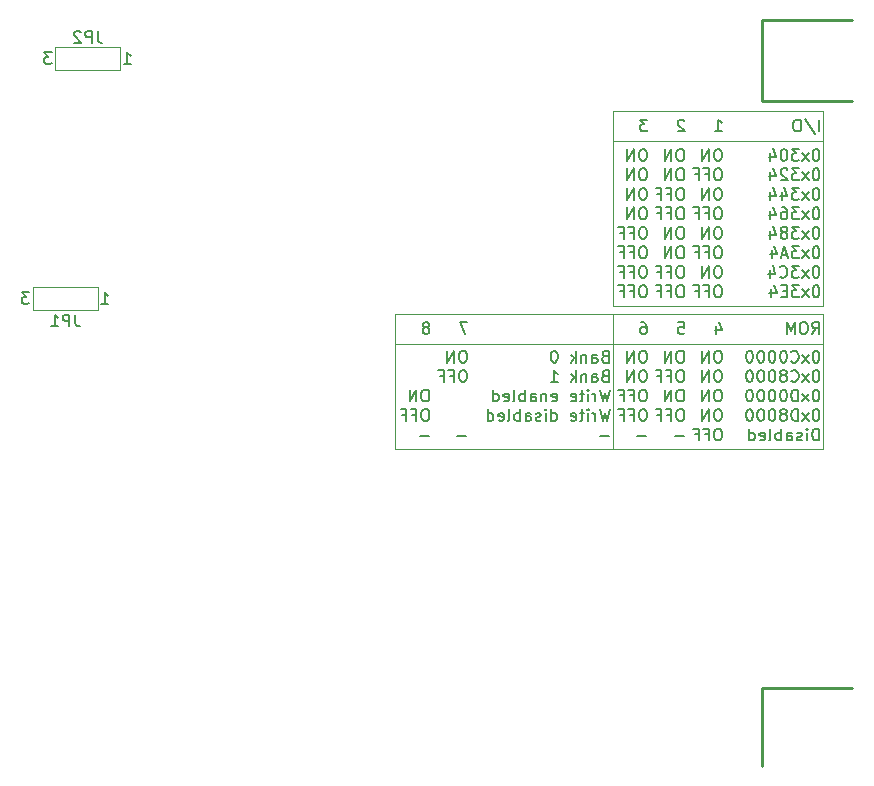
<source format=gbo>
%TF.GenerationSoftware,KiCad,Pcbnew,(5.1.9-0-10_14)*%
%TF.CreationDate,2022-05-15T13:48:24+02:00*%
%TF.ProjectId,xtsd,78747364-2e6b-4696-9361-645f70636258,rev?*%
%TF.SameCoordinates,Original*%
%TF.FileFunction,Legend,Bot*%
%TF.FilePolarity,Positive*%
%FSLAX46Y46*%
G04 Gerber Fmt 4.6, Leading zero omitted, Abs format (unit mm)*
G04 Created by KiCad (PCBNEW (5.1.9-0-10_14)) date 2022-05-15 13:48:24*
%MOMM*%
%LPD*%
G01*
G04 APERTURE LIST*
%ADD10C,0.150000*%
%ADD11C,0.120000*%
%ADD12C,0.250000*%
%ADD13C,0.010000*%
%ADD14O,1.700000X1.700000*%
%ADD15R,1.700000X1.700000*%
%ADD16R,1.780000X7.366000*%
%ADD17O,1.600000X2.400000*%
%ADD18R,1.600000X2.400000*%
%ADD19C,4.000000*%
%ADD20O,1.600000X1.600000*%
%ADD21R,1.600000X1.600000*%
%ADD22C,1.600000*%
%ADD23O,2.400000X1.600000*%
%ADD24R,2.400000X1.600000*%
%ADD25C,0.100000*%
%ADD26R,1.500000X1.500000*%
%ADD27R,1.500000X1.050000*%
%ADD28O,1.500000X1.050000*%
G04 APERTURE END LIST*
D10*
X150651547Y-107830952D02*
X150746785Y-107783333D01*
X150794404Y-107735714D01*
X150842023Y-107640476D01*
X150842023Y-107592857D01*
X150794404Y-107497619D01*
X150746785Y-107450000D01*
X150651547Y-107402380D01*
X150461071Y-107402380D01*
X150365833Y-107450000D01*
X150318214Y-107497619D01*
X150270595Y-107592857D01*
X150270595Y-107640476D01*
X150318214Y-107735714D01*
X150365833Y-107783333D01*
X150461071Y-107830952D01*
X150651547Y-107830952D01*
X150746785Y-107878571D01*
X150794404Y-107926190D01*
X150842023Y-108021428D01*
X150842023Y-108211904D01*
X150794404Y-108307142D01*
X150746785Y-108354761D01*
X150651547Y-108402380D01*
X150461071Y-108402380D01*
X150365833Y-108354761D01*
X150318214Y-108307142D01*
X150270595Y-108211904D01*
X150270595Y-108021428D01*
X150318214Y-107926190D01*
X150365833Y-107878571D01*
X150461071Y-107830952D01*
X154064642Y-107402380D02*
X153397976Y-107402380D01*
X153826547Y-108402380D01*
D11*
X147955000Y-106680000D02*
X147955000Y-118110000D01*
D10*
X153778928Y-109817380D02*
X153588452Y-109817380D01*
X153493214Y-109865000D01*
X153397976Y-109960238D01*
X153350357Y-110150714D01*
X153350357Y-110484047D01*
X153397976Y-110674523D01*
X153493214Y-110769761D01*
X153588452Y-110817380D01*
X153778928Y-110817380D01*
X153874166Y-110769761D01*
X153969404Y-110674523D01*
X154017023Y-110484047D01*
X154017023Y-110150714D01*
X153969404Y-109960238D01*
X153874166Y-109865000D01*
X153778928Y-109817380D01*
X152921785Y-110817380D02*
X152921785Y-109817380D01*
X152350357Y-110817380D01*
X152350357Y-109817380D01*
X153778928Y-111467380D02*
X153588452Y-111467380D01*
X153493214Y-111515000D01*
X153397976Y-111610238D01*
X153350357Y-111800714D01*
X153350357Y-112134047D01*
X153397976Y-112324523D01*
X153493214Y-112419761D01*
X153588452Y-112467380D01*
X153778928Y-112467380D01*
X153874166Y-112419761D01*
X153969404Y-112324523D01*
X154017023Y-112134047D01*
X154017023Y-111800714D01*
X153969404Y-111610238D01*
X153874166Y-111515000D01*
X153778928Y-111467380D01*
X152588452Y-111943571D02*
X152921785Y-111943571D01*
X152921785Y-112467380D02*
X152921785Y-111467380D01*
X152445595Y-111467380D01*
X151731309Y-111943571D02*
X152064642Y-111943571D01*
X152064642Y-112467380D02*
X152064642Y-111467380D01*
X151588452Y-111467380D01*
X153969404Y-117036428D02*
X153207500Y-117036428D01*
X150603928Y-113117380D02*
X150413452Y-113117380D01*
X150318214Y-113165000D01*
X150222976Y-113260238D01*
X150175357Y-113450714D01*
X150175357Y-113784047D01*
X150222976Y-113974523D01*
X150318214Y-114069761D01*
X150413452Y-114117380D01*
X150603928Y-114117380D01*
X150699166Y-114069761D01*
X150794404Y-113974523D01*
X150842023Y-113784047D01*
X150842023Y-113450714D01*
X150794404Y-113260238D01*
X150699166Y-113165000D01*
X150603928Y-113117380D01*
X149746785Y-114117380D02*
X149746785Y-113117380D01*
X149175357Y-114117380D01*
X149175357Y-113117380D01*
X150603928Y-114767380D02*
X150413452Y-114767380D01*
X150318214Y-114815000D01*
X150222976Y-114910238D01*
X150175357Y-115100714D01*
X150175357Y-115434047D01*
X150222976Y-115624523D01*
X150318214Y-115719761D01*
X150413452Y-115767380D01*
X150603928Y-115767380D01*
X150699166Y-115719761D01*
X150794404Y-115624523D01*
X150842023Y-115434047D01*
X150842023Y-115100714D01*
X150794404Y-114910238D01*
X150699166Y-114815000D01*
X150603928Y-114767380D01*
X149413452Y-115243571D02*
X149746785Y-115243571D01*
X149746785Y-115767380D02*
X149746785Y-114767380D01*
X149270595Y-114767380D01*
X148556309Y-115243571D02*
X148889642Y-115243571D01*
X148889642Y-115767380D02*
X148889642Y-114767380D01*
X148413452Y-114767380D01*
X150794404Y-117036428D02*
X150032500Y-117036428D01*
D11*
X166370000Y-106680000D02*
X166370000Y-118110000D01*
X184150000Y-92075000D02*
X166370000Y-92075000D01*
X184150000Y-106045000D02*
X184150000Y-89535000D01*
X166370000Y-106045000D02*
X184150000Y-106045000D01*
X166370000Y-89535000D02*
X166370000Y-106045000D01*
X184150000Y-89535000D02*
X166370000Y-89535000D01*
X184150000Y-109220000D02*
X147955000Y-109220000D01*
X184150000Y-118110000D02*
X184150000Y-106680000D01*
X147955000Y-118110000D02*
X184150000Y-118110000D01*
X184150000Y-106680000D02*
X147955000Y-106680000D01*
D10*
X165701071Y-110293571D02*
X165558214Y-110341190D01*
X165510595Y-110388809D01*
X165462976Y-110484047D01*
X165462976Y-110626904D01*
X165510595Y-110722142D01*
X165558214Y-110769761D01*
X165653452Y-110817380D01*
X166034404Y-110817380D01*
X166034404Y-109817380D01*
X165701071Y-109817380D01*
X165605833Y-109865000D01*
X165558214Y-109912619D01*
X165510595Y-110007857D01*
X165510595Y-110103095D01*
X165558214Y-110198333D01*
X165605833Y-110245952D01*
X165701071Y-110293571D01*
X166034404Y-110293571D01*
X164605833Y-110817380D02*
X164605833Y-110293571D01*
X164653452Y-110198333D01*
X164748690Y-110150714D01*
X164939166Y-110150714D01*
X165034404Y-110198333D01*
X164605833Y-110769761D02*
X164701071Y-110817380D01*
X164939166Y-110817380D01*
X165034404Y-110769761D01*
X165082023Y-110674523D01*
X165082023Y-110579285D01*
X165034404Y-110484047D01*
X164939166Y-110436428D01*
X164701071Y-110436428D01*
X164605833Y-110388809D01*
X164129642Y-110150714D02*
X164129642Y-110817380D01*
X164129642Y-110245952D02*
X164082023Y-110198333D01*
X163986785Y-110150714D01*
X163843928Y-110150714D01*
X163748690Y-110198333D01*
X163701071Y-110293571D01*
X163701071Y-110817380D01*
X163224880Y-110817380D02*
X163224880Y-109817380D01*
X163129642Y-110436428D02*
X162843928Y-110817380D01*
X162843928Y-110150714D02*
X163224880Y-110531666D01*
X161462976Y-109817380D02*
X161367738Y-109817380D01*
X161272500Y-109865000D01*
X161224880Y-109912619D01*
X161177261Y-110007857D01*
X161129642Y-110198333D01*
X161129642Y-110436428D01*
X161177261Y-110626904D01*
X161224880Y-110722142D01*
X161272500Y-110769761D01*
X161367738Y-110817380D01*
X161462976Y-110817380D01*
X161558214Y-110769761D01*
X161605833Y-110722142D01*
X161653452Y-110626904D01*
X161701071Y-110436428D01*
X161701071Y-110198333D01*
X161653452Y-110007857D01*
X161605833Y-109912619D01*
X161558214Y-109865000D01*
X161462976Y-109817380D01*
X165701071Y-111943571D02*
X165558214Y-111991190D01*
X165510595Y-112038809D01*
X165462976Y-112134047D01*
X165462976Y-112276904D01*
X165510595Y-112372142D01*
X165558214Y-112419761D01*
X165653452Y-112467380D01*
X166034404Y-112467380D01*
X166034404Y-111467380D01*
X165701071Y-111467380D01*
X165605833Y-111515000D01*
X165558214Y-111562619D01*
X165510595Y-111657857D01*
X165510595Y-111753095D01*
X165558214Y-111848333D01*
X165605833Y-111895952D01*
X165701071Y-111943571D01*
X166034404Y-111943571D01*
X164605833Y-112467380D02*
X164605833Y-111943571D01*
X164653452Y-111848333D01*
X164748690Y-111800714D01*
X164939166Y-111800714D01*
X165034404Y-111848333D01*
X164605833Y-112419761D02*
X164701071Y-112467380D01*
X164939166Y-112467380D01*
X165034404Y-112419761D01*
X165082023Y-112324523D01*
X165082023Y-112229285D01*
X165034404Y-112134047D01*
X164939166Y-112086428D01*
X164701071Y-112086428D01*
X164605833Y-112038809D01*
X164129642Y-111800714D02*
X164129642Y-112467380D01*
X164129642Y-111895952D02*
X164082023Y-111848333D01*
X163986785Y-111800714D01*
X163843928Y-111800714D01*
X163748690Y-111848333D01*
X163701071Y-111943571D01*
X163701071Y-112467380D01*
X163224880Y-112467380D02*
X163224880Y-111467380D01*
X163129642Y-112086428D02*
X162843928Y-112467380D01*
X162843928Y-111800714D02*
X163224880Y-112181666D01*
X161129642Y-112467380D02*
X161701071Y-112467380D01*
X161415357Y-112467380D02*
X161415357Y-111467380D01*
X161510595Y-111610238D01*
X161605833Y-111705476D01*
X161701071Y-111753095D01*
X166129642Y-113117380D02*
X165891547Y-114117380D01*
X165701071Y-113403095D01*
X165510595Y-114117380D01*
X165272500Y-113117380D01*
X164891547Y-114117380D02*
X164891547Y-113450714D01*
X164891547Y-113641190D02*
X164843928Y-113545952D01*
X164796309Y-113498333D01*
X164701071Y-113450714D01*
X164605833Y-113450714D01*
X164272500Y-114117380D02*
X164272500Y-113450714D01*
X164272500Y-113117380D02*
X164320119Y-113165000D01*
X164272500Y-113212619D01*
X164224880Y-113165000D01*
X164272500Y-113117380D01*
X164272500Y-113212619D01*
X163939166Y-113450714D02*
X163558214Y-113450714D01*
X163796309Y-113117380D02*
X163796309Y-113974523D01*
X163748690Y-114069761D01*
X163653452Y-114117380D01*
X163558214Y-114117380D01*
X162843928Y-114069761D02*
X162939166Y-114117380D01*
X163129642Y-114117380D01*
X163224880Y-114069761D01*
X163272500Y-113974523D01*
X163272500Y-113593571D01*
X163224880Y-113498333D01*
X163129642Y-113450714D01*
X162939166Y-113450714D01*
X162843928Y-113498333D01*
X162796309Y-113593571D01*
X162796309Y-113688809D01*
X163272500Y-113784047D01*
X161224880Y-114069761D02*
X161320119Y-114117380D01*
X161510595Y-114117380D01*
X161605833Y-114069761D01*
X161653452Y-113974523D01*
X161653452Y-113593571D01*
X161605833Y-113498333D01*
X161510595Y-113450714D01*
X161320119Y-113450714D01*
X161224880Y-113498333D01*
X161177261Y-113593571D01*
X161177261Y-113688809D01*
X161653452Y-113784047D01*
X160748690Y-113450714D02*
X160748690Y-114117380D01*
X160748690Y-113545952D02*
X160701071Y-113498333D01*
X160605833Y-113450714D01*
X160462976Y-113450714D01*
X160367738Y-113498333D01*
X160320119Y-113593571D01*
X160320119Y-114117380D01*
X159415357Y-114117380D02*
X159415357Y-113593571D01*
X159462976Y-113498333D01*
X159558214Y-113450714D01*
X159748690Y-113450714D01*
X159843928Y-113498333D01*
X159415357Y-114069761D02*
X159510595Y-114117380D01*
X159748690Y-114117380D01*
X159843928Y-114069761D01*
X159891547Y-113974523D01*
X159891547Y-113879285D01*
X159843928Y-113784047D01*
X159748690Y-113736428D01*
X159510595Y-113736428D01*
X159415357Y-113688809D01*
X158939166Y-114117380D02*
X158939166Y-113117380D01*
X158939166Y-113498333D02*
X158843928Y-113450714D01*
X158653452Y-113450714D01*
X158558214Y-113498333D01*
X158510595Y-113545952D01*
X158462976Y-113641190D01*
X158462976Y-113926904D01*
X158510595Y-114022142D01*
X158558214Y-114069761D01*
X158653452Y-114117380D01*
X158843928Y-114117380D01*
X158939166Y-114069761D01*
X157891547Y-114117380D02*
X157986785Y-114069761D01*
X158034404Y-113974523D01*
X158034404Y-113117380D01*
X157129642Y-114069761D02*
X157224880Y-114117380D01*
X157415357Y-114117380D01*
X157510595Y-114069761D01*
X157558214Y-113974523D01*
X157558214Y-113593571D01*
X157510595Y-113498333D01*
X157415357Y-113450714D01*
X157224880Y-113450714D01*
X157129642Y-113498333D01*
X157082023Y-113593571D01*
X157082023Y-113688809D01*
X157558214Y-113784047D01*
X156224880Y-114117380D02*
X156224880Y-113117380D01*
X156224880Y-114069761D02*
X156320119Y-114117380D01*
X156510595Y-114117380D01*
X156605833Y-114069761D01*
X156653452Y-114022142D01*
X156701071Y-113926904D01*
X156701071Y-113641190D01*
X156653452Y-113545952D01*
X156605833Y-113498333D01*
X156510595Y-113450714D01*
X156320119Y-113450714D01*
X156224880Y-113498333D01*
X166129642Y-114767380D02*
X165891547Y-115767380D01*
X165701071Y-115053095D01*
X165510595Y-115767380D01*
X165272500Y-114767380D01*
X164891547Y-115767380D02*
X164891547Y-115100714D01*
X164891547Y-115291190D02*
X164843928Y-115195952D01*
X164796309Y-115148333D01*
X164701071Y-115100714D01*
X164605833Y-115100714D01*
X164272500Y-115767380D02*
X164272500Y-115100714D01*
X164272500Y-114767380D02*
X164320119Y-114815000D01*
X164272500Y-114862619D01*
X164224880Y-114815000D01*
X164272500Y-114767380D01*
X164272500Y-114862619D01*
X163939166Y-115100714D02*
X163558214Y-115100714D01*
X163796309Y-114767380D02*
X163796309Y-115624523D01*
X163748690Y-115719761D01*
X163653452Y-115767380D01*
X163558214Y-115767380D01*
X162843928Y-115719761D02*
X162939166Y-115767380D01*
X163129642Y-115767380D01*
X163224880Y-115719761D01*
X163272500Y-115624523D01*
X163272500Y-115243571D01*
X163224880Y-115148333D01*
X163129642Y-115100714D01*
X162939166Y-115100714D01*
X162843928Y-115148333D01*
X162796309Y-115243571D01*
X162796309Y-115338809D01*
X163272500Y-115434047D01*
X161177261Y-115767380D02*
X161177261Y-114767380D01*
X161177261Y-115719761D02*
X161272500Y-115767380D01*
X161462976Y-115767380D01*
X161558214Y-115719761D01*
X161605833Y-115672142D01*
X161653452Y-115576904D01*
X161653452Y-115291190D01*
X161605833Y-115195952D01*
X161558214Y-115148333D01*
X161462976Y-115100714D01*
X161272500Y-115100714D01*
X161177261Y-115148333D01*
X160701071Y-115767380D02*
X160701071Y-115100714D01*
X160701071Y-114767380D02*
X160748690Y-114815000D01*
X160701071Y-114862619D01*
X160653452Y-114815000D01*
X160701071Y-114767380D01*
X160701071Y-114862619D01*
X160272500Y-115719761D02*
X160177261Y-115767380D01*
X159986785Y-115767380D01*
X159891547Y-115719761D01*
X159843928Y-115624523D01*
X159843928Y-115576904D01*
X159891547Y-115481666D01*
X159986785Y-115434047D01*
X160129642Y-115434047D01*
X160224880Y-115386428D01*
X160272500Y-115291190D01*
X160272500Y-115243571D01*
X160224880Y-115148333D01*
X160129642Y-115100714D01*
X159986785Y-115100714D01*
X159891547Y-115148333D01*
X158986785Y-115767380D02*
X158986785Y-115243571D01*
X159034404Y-115148333D01*
X159129642Y-115100714D01*
X159320119Y-115100714D01*
X159415357Y-115148333D01*
X158986785Y-115719761D02*
X159082023Y-115767380D01*
X159320119Y-115767380D01*
X159415357Y-115719761D01*
X159462976Y-115624523D01*
X159462976Y-115529285D01*
X159415357Y-115434047D01*
X159320119Y-115386428D01*
X159082023Y-115386428D01*
X158986785Y-115338809D01*
X158510595Y-115767380D02*
X158510595Y-114767380D01*
X158510595Y-115148333D02*
X158415357Y-115100714D01*
X158224880Y-115100714D01*
X158129642Y-115148333D01*
X158082023Y-115195952D01*
X158034404Y-115291190D01*
X158034404Y-115576904D01*
X158082023Y-115672142D01*
X158129642Y-115719761D01*
X158224880Y-115767380D01*
X158415357Y-115767380D01*
X158510595Y-115719761D01*
X157462976Y-115767380D02*
X157558214Y-115719761D01*
X157605833Y-115624523D01*
X157605833Y-114767380D01*
X156701071Y-115719761D02*
X156796309Y-115767380D01*
X156986785Y-115767380D01*
X157082023Y-115719761D01*
X157129642Y-115624523D01*
X157129642Y-115243571D01*
X157082023Y-115148333D01*
X156986785Y-115100714D01*
X156796309Y-115100714D01*
X156701071Y-115148333D01*
X156653452Y-115243571D01*
X156653452Y-115338809D01*
X157129642Y-115434047D01*
X155796309Y-115767380D02*
X155796309Y-114767380D01*
X155796309Y-115719761D02*
X155891547Y-115767380D01*
X156082023Y-115767380D01*
X156177261Y-115719761D01*
X156224880Y-115672142D01*
X156272500Y-115576904D01*
X156272500Y-115291190D01*
X156224880Y-115195952D01*
X156177261Y-115148333D01*
X156082023Y-115100714D01*
X155891547Y-115100714D01*
X155796309Y-115148333D01*
X166034404Y-117036428D02*
X165272500Y-117036428D01*
X175130833Y-107735714D02*
X175130833Y-108402380D01*
X175368928Y-107354761D02*
X175607023Y-108069047D01*
X174987976Y-108069047D01*
X175368928Y-109817380D02*
X175178452Y-109817380D01*
X175083214Y-109865000D01*
X174987976Y-109960238D01*
X174940357Y-110150714D01*
X174940357Y-110484047D01*
X174987976Y-110674523D01*
X175083214Y-110769761D01*
X175178452Y-110817380D01*
X175368928Y-110817380D01*
X175464166Y-110769761D01*
X175559404Y-110674523D01*
X175607023Y-110484047D01*
X175607023Y-110150714D01*
X175559404Y-109960238D01*
X175464166Y-109865000D01*
X175368928Y-109817380D01*
X174511785Y-110817380D02*
X174511785Y-109817380D01*
X173940357Y-110817380D01*
X173940357Y-109817380D01*
X175368928Y-111467380D02*
X175178452Y-111467380D01*
X175083214Y-111515000D01*
X174987976Y-111610238D01*
X174940357Y-111800714D01*
X174940357Y-112134047D01*
X174987976Y-112324523D01*
X175083214Y-112419761D01*
X175178452Y-112467380D01*
X175368928Y-112467380D01*
X175464166Y-112419761D01*
X175559404Y-112324523D01*
X175607023Y-112134047D01*
X175607023Y-111800714D01*
X175559404Y-111610238D01*
X175464166Y-111515000D01*
X175368928Y-111467380D01*
X174511785Y-112467380D02*
X174511785Y-111467380D01*
X173940357Y-112467380D01*
X173940357Y-111467380D01*
X175368928Y-113117380D02*
X175178452Y-113117380D01*
X175083214Y-113165000D01*
X174987976Y-113260238D01*
X174940357Y-113450714D01*
X174940357Y-113784047D01*
X174987976Y-113974523D01*
X175083214Y-114069761D01*
X175178452Y-114117380D01*
X175368928Y-114117380D01*
X175464166Y-114069761D01*
X175559404Y-113974523D01*
X175607023Y-113784047D01*
X175607023Y-113450714D01*
X175559404Y-113260238D01*
X175464166Y-113165000D01*
X175368928Y-113117380D01*
X174511785Y-114117380D02*
X174511785Y-113117380D01*
X173940357Y-114117380D01*
X173940357Y-113117380D01*
X175368928Y-114767380D02*
X175178452Y-114767380D01*
X175083214Y-114815000D01*
X174987976Y-114910238D01*
X174940357Y-115100714D01*
X174940357Y-115434047D01*
X174987976Y-115624523D01*
X175083214Y-115719761D01*
X175178452Y-115767380D01*
X175368928Y-115767380D01*
X175464166Y-115719761D01*
X175559404Y-115624523D01*
X175607023Y-115434047D01*
X175607023Y-115100714D01*
X175559404Y-114910238D01*
X175464166Y-114815000D01*
X175368928Y-114767380D01*
X174511785Y-115767380D02*
X174511785Y-114767380D01*
X173940357Y-115767380D01*
X173940357Y-114767380D01*
X175368928Y-116417380D02*
X175178452Y-116417380D01*
X175083214Y-116465000D01*
X174987976Y-116560238D01*
X174940357Y-116750714D01*
X174940357Y-117084047D01*
X174987976Y-117274523D01*
X175083214Y-117369761D01*
X175178452Y-117417380D01*
X175368928Y-117417380D01*
X175464166Y-117369761D01*
X175559404Y-117274523D01*
X175607023Y-117084047D01*
X175607023Y-116750714D01*
X175559404Y-116560238D01*
X175464166Y-116465000D01*
X175368928Y-116417380D01*
X174178452Y-116893571D02*
X174511785Y-116893571D01*
X174511785Y-117417380D02*
X174511785Y-116417380D01*
X174035595Y-116417380D01*
X173321309Y-116893571D02*
X173654642Y-116893571D01*
X173654642Y-117417380D02*
X173654642Y-116417380D01*
X173178452Y-116417380D01*
X183242976Y-108402380D02*
X183576309Y-107926190D01*
X183814404Y-108402380D02*
X183814404Y-107402380D01*
X183433452Y-107402380D01*
X183338214Y-107450000D01*
X183290595Y-107497619D01*
X183242976Y-107592857D01*
X183242976Y-107735714D01*
X183290595Y-107830952D01*
X183338214Y-107878571D01*
X183433452Y-107926190D01*
X183814404Y-107926190D01*
X182623928Y-107402380D02*
X182433452Y-107402380D01*
X182338214Y-107450000D01*
X182242976Y-107545238D01*
X182195357Y-107735714D01*
X182195357Y-108069047D01*
X182242976Y-108259523D01*
X182338214Y-108354761D01*
X182433452Y-108402380D01*
X182623928Y-108402380D01*
X182719166Y-108354761D01*
X182814404Y-108259523D01*
X182862023Y-108069047D01*
X182862023Y-107735714D01*
X182814404Y-107545238D01*
X182719166Y-107450000D01*
X182623928Y-107402380D01*
X181766785Y-108402380D02*
X181766785Y-107402380D01*
X181433452Y-108116666D01*
X181100119Y-107402380D01*
X181100119Y-108402380D01*
X171908214Y-107402380D02*
X172384404Y-107402380D01*
X172432023Y-107878571D01*
X172384404Y-107830952D01*
X172289166Y-107783333D01*
X172051071Y-107783333D01*
X171955833Y-107830952D01*
X171908214Y-107878571D01*
X171860595Y-107973809D01*
X171860595Y-108211904D01*
X171908214Y-108307142D01*
X171955833Y-108354761D01*
X172051071Y-108402380D01*
X172289166Y-108402380D01*
X172384404Y-108354761D01*
X172432023Y-108307142D01*
X168780833Y-107402380D02*
X168971309Y-107402380D01*
X169066547Y-107450000D01*
X169114166Y-107497619D01*
X169209404Y-107640476D01*
X169257023Y-107830952D01*
X169257023Y-108211904D01*
X169209404Y-108307142D01*
X169161785Y-108354761D01*
X169066547Y-108402380D01*
X168876071Y-108402380D01*
X168780833Y-108354761D01*
X168733214Y-108307142D01*
X168685595Y-108211904D01*
X168685595Y-107973809D01*
X168733214Y-107878571D01*
X168780833Y-107830952D01*
X168876071Y-107783333D01*
X169066547Y-107783333D01*
X169161785Y-107830952D01*
X169209404Y-107878571D01*
X169257023Y-107973809D01*
X183814404Y-91257380D02*
X183814404Y-90257380D01*
X182623928Y-90209761D02*
X183481071Y-91495476D01*
X182100119Y-90257380D02*
X181909642Y-90257380D01*
X181814404Y-90305000D01*
X181719166Y-90400238D01*
X181671547Y-90590714D01*
X181671547Y-90924047D01*
X181719166Y-91114523D01*
X181814404Y-91209761D01*
X181909642Y-91257380D01*
X182100119Y-91257380D01*
X182195357Y-91209761D01*
X182290595Y-91114523D01*
X182338214Y-90924047D01*
X182338214Y-90590714D01*
X182290595Y-90400238D01*
X182195357Y-90305000D01*
X182100119Y-90257380D01*
X169304642Y-90257380D02*
X168685595Y-90257380D01*
X169018928Y-90638333D01*
X168876071Y-90638333D01*
X168780833Y-90685952D01*
X168733214Y-90733571D01*
X168685595Y-90828809D01*
X168685595Y-91066904D01*
X168733214Y-91162142D01*
X168780833Y-91209761D01*
X168876071Y-91257380D01*
X169161785Y-91257380D01*
X169257023Y-91209761D01*
X169304642Y-91162142D01*
X172432023Y-90352619D02*
X172384404Y-90305000D01*
X172289166Y-90257380D01*
X172051071Y-90257380D01*
X171955833Y-90305000D01*
X171908214Y-90352619D01*
X171860595Y-90447857D01*
X171860595Y-90543095D01*
X171908214Y-90685952D01*
X172479642Y-91257380D01*
X171860595Y-91257380D01*
X175035595Y-91257380D02*
X175607023Y-91257380D01*
X175321309Y-91257380D02*
X175321309Y-90257380D01*
X175416547Y-90400238D01*
X175511785Y-90495476D01*
X175607023Y-90543095D01*
X183623928Y-109817380D02*
X183528690Y-109817380D01*
X183433452Y-109865000D01*
X183385833Y-109912619D01*
X183338214Y-110007857D01*
X183290595Y-110198333D01*
X183290595Y-110436428D01*
X183338214Y-110626904D01*
X183385833Y-110722142D01*
X183433452Y-110769761D01*
X183528690Y-110817380D01*
X183623928Y-110817380D01*
X183719166Y-110769761D01*
X183766785Y-110722142D01*
X183814404Y-110626904D01*
X183862023Y-110436428D01*
X183862023Y-110198333D01*
X183814404Y-110007857D01*
X183766785Y-109912619D01*
X183719166Y-109865000D01*
X183623928Y-109817380D01*
X182957261Y-110817380D02*
X182433452Y-110150714D01*
X182957261Y-110150714D02*
X182433452Y-110817380D01*
X181481071Y-110722142D02*
X181528690Y-110769761D01*
X181671547Y-110817380D01*
X181766785Y-110817380D01*
X181909642Y-110769761D01*
X182004880Y-110674523D01*
X182052500Y-110579285D01*
X182100119Y-110388809D01*
X182100119Y-110245952D01*
X182052500Y-110055476D01*
X182004880Y-109960238D01*
X181909642Y-109865000D01*
X181766785Y-109817380D01*
X181671547Y-109817380D01*
X181528690Y-109865000D01*
X181481071Y-109912619D01*
X180862023Y-109817380D02*
X180766785Y-109817380D01*
X180671547Y-109865000D01*
X180623928Y-109912619D01*
X180576309Y-110007857D01*
X180528690Y-110198333D01*
X180528690Y-110436428D01*
X180576309Y-110626904D01*
X180623928Y-110722142D01*
X180671547Y-110769761D01*
X180766785Y-110817380D01*
X180862023Y-110817380D01*
X180957261Y-110769761D01*
X181004880Y-110722142D01*
X181052500Y-110626904D01*
X181100119Y-110436428D01*
X181100119Y-110198333D01*
X181052500Y-110007857D01*
X181004880Y-109912619D01*
X180957261Y-109865000D01*
X180862023Y-109817380D01*
X179909642Y-109817380D02*
X179814404Y-109817380D01*
X179719166Y-109865000D01*
X179671547Y-109912619D01*
X179623928Y-110007857D01*
X179576309Y-110198333D01*
X179576309Y-110436428D01*
X179623928Y-110626904D01*
X179671547Y-110722142D01*
X179719166Y-110769761D01*
X179814404Y-110817380D01*
X179909642Y-110817380D01*
X180004880Y-110769761D01*
X180052500Y-110722142D01*
X180100119Y-110626904D01*
X180147738Y-110436428D01*
X180147738Y-110198333D01*
X180100119Y-110007857D01*
X180052500Y-109912619D01*
X180004880Y-109865000D01*
X179909642Y-109817380D01*
X178957261Y-109817380D02*
X178862023Y-109817380D01*
X178766785Y-109865000D01*
X178719166Y-109912619D01*
X178671547Y-110007857D01*
X178623928Y-110198333D01*
X178623928Y-110436428D01*
X178671547Y-110626904D01*
X178719166Y-110722142D01*
X178766785Y-110769761D01*
X178862023Y-110817380D01*
X178957261Y-110817380D01*
X179052500Y-110769761D01*
X179100119Y-110722142D01*
X179147738Y-110626904D01*
X179195357Y-110436428D01*
X179195357Y-110198333D01*
X179147738Y-110007857D01*
X179100119Y-109912619D01*
X179052500Y-109865000D01*
X178957261Y-109817380D01*
X178004880Y-109817380D02*
X177909642Y-109817380D01*
X177814404Y-109865000D01*
X177766785Y-109912619D01*
X177719166Y-110007857D01*
X177671547Y-110198333D01*
X177671547Y-110436428D01*
X177719166Y-110626904D01*
X177766785Y-110722142D01*
X177814404Y-110769761D01*
X177909642Y-110817380D01*
X178004880Y-110817380D01*
X178100119Y-110769761D01*
X178147738Y-110722142D01*
X178195357Y-110626904D01*
X178242976Y-110436428D01*
X178242976Y-110198333D01*
X178195357Y-110007857D01*
X178147738Y-109912619D01*
X178100119Y-109865000D01*
X178004880Y-109817380D01*
X183623928Y-111467380D02*
X183528690Y-111467380D01*
X183433452Y-111515000D01*
X183385833Y-111562619D01*
X183338214Y-111657857D01*
X183290595Y-111848333D01*
X183290595Y-112086428D01*
X183338214Y-112276904D01*
X183385833Y-112372142D01*
X183433452Y-112419761D01*
X183528690Y-112467380D01*
X183623928Y-112467380D01*
X183719166Y-112419761D01*
X183766785Y-112372142D01*
X183814404Y-112276904D01*
X183862023Y-112086428D01*
X183862023Y-111848333D01*
X183814404Y-111657857D01*
X183766785Y-111562619D01*
X183719166Y-111515000D01*
X183623928Y-111467380D01*
X182957261Y-112467380D02*
X182433452Y-111800714D01*
X182957261Y-111800714D02*
X182433452Y-112467380D01*
X181481071Y-112372142D02*
X181528690Y-112419761D01*
X181671547Y-112467380D01*
X181766785Y-112467380D01*
X181909642Y-112419761D01*
X182004880Y-112324523D01*
X182052500Y-112229285D01*
X182100119Y-112038809D01*
X182100119Y-111895952D01*
X182052500Y-111705476D01*
X182004880Y-111610238D01*
X181909642Y-111515000D01*
X181766785Y-111467380D01*
X181671547Y-111467380D01*
X181528690Y-111515000D01*
X181481071Y-111562619D01*
X180909642Y-111895952D02*
X181004880Y-111848333D01*
X181052500Y-111800714D01*
X181100119Y-111705476D01*
X181100119Y-111657857D01*
X181052500Y-111562619D01*
X181004880Y-111515000D01*
X180909642Y-111467380D01*
X180719166Y-111467380D01*
X180623928Y-111515000D01*
X180576309Y-111562619D01*
X180528690Y-111657857D01*
X180528690Y-111705476D01*
X180576309Y-111800714D01*
X180623928Y-111848333D01*
X180719166Y-111895952D01*
X180909642Y-111895952D01*
X181004880Y-111943571D01*
X181052500Y-111991190D01*
X181100119Y-112086428D01*
X181100119Y-112276904D01*
X181052500Y-112372142D01*
X181004880Y-112419761D01*
X180909642Y-112467380D01*
X180719166Y-112467380D01*
X180623928Y-112419761D01*
X180576309Y-112372142D01*
X180528690Y-112276904D01*
X180528690Y-112086428D01*
X180576309Y-111991190D01*
X180623928Y-111943571D01*
X180719166Y-111895952D01*
X179909642Y-111467380D02*
X179814404Y-111467380D01*
X179719166Y-111515000D01*
X179671547Y-111562619D01*
X179623928Y-111657857D01*
X179576309Y-111848333D01*
X179576309Y-112086428D01*
X179623928Y-112276904D01*
X179671547Y-112372142D01*
X179719166Y-112419761D01*
X179814404Y-112467380D01*
X179909642Y-112467380D01*
X180004880Y-112419761D01*
X180052500Y-112372142D01*
X180100119Y-112276904D01*
X180147738Y-112086428D01*
X180147738Y-111848333D01*
X180100119Y-111657857D01*
X180052500Y-111562619D01*
X180004880Y-111515000D01*
X179909642Y-111467380D01*
X178957261Y-111467380D02*
X178862023Y-111467380D01*
X178766785Y-111515000D01*
X178719166Y-111562619D01*
X178671547Y-111657857D01*
X178623928Y-111848333D01*
X178623928Y-112086428D01*
X178671547Y-112276904D01*
X178719166Y-112372142D01*
X178766785Y-112419761D01*
X178862023Y-112467380D01*
X178957261Y-112467380D01*
X179052500Y-112419761D01*
X179100119Y-112372142D01*
X179147738Y-112276904D01*
X179195357Y-112086428D01*
X179195357Y-111848333D01*
X179147738Y-111657857D01*
X179100119Y-111562619D01*
X179052500Y-111515000D01*
X178957261Y-111467380D01*
X178004880Y-111467380D02*
X177909642Y-111467380D01*
X177814404Y-111515000D01*
X177766785Y-111562619D01*
X177719166Y-111657857D01*
X177671547Y-111848333D01*
X177671547Y-112086428D01*
X177719166Y-112276904D01*
X177766785Y-112372142D01*
X177814404Y-112419761D01*
X177909642Y-112467380D01*
X178004880Y-112467380D01*
X178100119Y-112419761D01*
X178147738Y-112372142D01*
X178195357Y-112276904D01*
X178242976Y-112086428D01*
X178242976Y-111848333D01*
X178195357Y-111657857D01*
X178147738Y-111562619D01*
X178100119Y-111515000D01*
X178004880Y-111467380D01*
X183623928Y-113117380D02*
X183528690Y-113117380D01*
X183433452Y-113165000D01*
X183385833Y-113212619D01*
X183338214Y-113307857D01*
X183290595Y-113498333D01*
X183290595Y-113736428D01*
X183338214Y-113926904D01*
X183385833Y-114022142D01*
X183433452Y-114069761D01*
X183528690Y-114117380D01*
X183623928Y-114117380D01*
X183719166Y-114069761D01*
X183766785Y-114022142D01*
X183814404Y-113926904D01*
X183862023Y-113736428D01*
X183862023Y-113498333D01*
X183814404Y-113307857D01*
X183766785Y-113212619D01*
X183719166Y-113165000D01*
X183623928Y-113117380D01*
X182957261Y-114117380D02*
X182433452Y-113450714D01*
X182957261Y-113450714D02*
X182433452Y-114117380D01*
X182052500Y-114117380D02*
X182052500Y-113117380D01*
X181814404Y-113117380D01*
X181671547Y-113165000D01*
X181576309Y-113260238D01*
X181528690Y-113355476D01*
X181481071Y-113545952D01*
X181481071Y-113688809D01*
X181528690Y-113879285D01*
X181576309Y-113974523D01*
X181671547Y-114069761D01*
X181814404Y-114117380D01*
X182052500Y-114117380D01*
X180862023Y-113117380D02*
X180766785Y-113117380D01*
X180671547Y-113165000D01*
X180623928Y-113212619D01*
X180576309Y-113307857D01*
X180528690Y-113498333D01*
X180528690Y-113736428D01*
X180576309Y-113926904D01*
X180623928Y-114022142D01*
X180671547Y-114069761D01*
X180766785Y-114117380D01*
X180862023Y-114117380D01*
X180957261Y-114069761D01*
X181004880Y-114022142D01*
X181052500Y-113926904D01*
X181100119Y-113736428D01*
X181100119Y-113498333D01*
X181052500Y-113307857D01*
X181004880Y-113212619D01*
X180957261Y-113165000D01*
X180862023Y-113117380D01*
X179909642Y-113117380D02*
X179814404Y-113117380D01*
X179719166Y-113165000D01*
X179671547Y-113212619D01*
X179623928Y-113307857D01*
X179576309Y-113498333D01*
X179576309Y-113736428D01*
X179623928Y-113926904D01*
X179671547Y-114022142D01*
X179719166Y-114069761D01*
X179814404Y-114117380D01*
X179909642Y-114117380D01*
X180004880Y-114069761D01*
X180052500Y-114022142D01*
X180100119Y-113926904D01*
X180147738Y-113736428D01*
X180147738Y-113498333D01*
X180100119Y-113307857D01*
X180052500Y-113212619D01*
X180004880Y-113165000D01*
X179909642Y-113117380D01*
X178957261Y-113117380D02*
X178862023Y-113117380D01*
X178766785Y-113165000D01*
X178719166Y-113212619D01*
X178671547Y-113307857D01*
X178623928Y-113498333D01*
X178623928Y-113736428D01*
X178671547Y-113926904D01*
X178719166Y-114022142D01*
X178766785Y-114069761D01*
X178862023Y-114117380D01*
X178957261Y-114117380D01*
X179052500Y-114069761D01*
X179100119Y-114022142D01*
X179147738Y-113926904D01*
X179195357Y-113736428D01*
X179195357Y-113498333D01*
X179147738Y-113307857D01*
X179100119Y-113212619D01*
X179052500Y-113165000D01*
X178957261Y-113117380D01*
X178004880Y-113117380D02*
X177909642Y-113117380D01*
X177814404Y-113165000D01*
X177766785Y-113212619D01*
X177719166Y-113307857D01*
X177671547Y-113498333D01*
X177671547Y-113736428D01*
X177719166Y-113926904D01*
X177766785Y-114022142D01*
X177814404Y-114069761D01*
X177909642Y-114117380D01*
X178004880Y-114117380D01*
X178100119Y-114069761D01*
X178147738Y-114022142D01*
X178195357Y-113926904D01*
X178242976Y-113736428D01*
X178242976Y-113498333D01*
X178195357Y-113307857D01*
X178147738Y-113212619D01*
X178100119Y-113165000D01*
X178004880Y-113117380D01*
X183623928Y-114767380D02*
X183528690Y-114767380D01*
X183433452Y-114815000D01*
X183385833Y-114862619D01*
X183338214Y-114957857D01*
X183290595Y-115148333D01*
X183290595Y-115386428D01*
X183338214Y-115576904D01*
X183385833Y-115672142D01*
X183433452Y-115719761D01*
X183528690Y-115767380D01*
X183623928Y-115767380D01*
X183719166Y-115719761D01*
X183766785Y-115672142D01*
X183814404Y-115576904D01*
X183862023Y-115386428D01*
X183862023Y-115148333D01*
X183814404Y-114957857D01*
X183766785Y-114862619D01*
X183719166Y-114815000D01*
X183623928Y-114767380D01*
X182957261Y-115767380D02*
X182433452Y-115100714D01*
X182957261Y-115100714D02*
X182433452Y-115767380D01*
X182052500Y-115767380D02*
X182052500Y-114767380D01*
X181814404Y-114767380D01*
X181671547Y-114815000D01*
X181576309Y-114910238D01*
X181528690Y-115005476D01*
X181481071Y-115195952D01*
X181481071Y-115338809D01*
X181528690Y-115529285D01*
X181576309Y-115624523D01*
X181671547Y-115719761D01*
X181814404Y-115767380D01*
X182052500Y-115767380D01*
X180909642Y-115195952D02*
X181004880Y-115148333D01*
X181052500Y-115100714D01*
X181100119Y-115005476D01*
X181100119Y-114957857D01*
X181052500Y-114862619D01*
X181004880Y-114815000D01*
X180909642Y-114767380D01*
X180719166Y-114767380D01*
X180623928Y-114815000D01*
X180576309Y-114862619D01*
X180528690Y-114957857D01*
X180528690Y-115005476D01*
X180576309Y-115100714D01*
X180623928Y-115148333D01*
X180719166Y-115195952D01*
X180909642Y-115195952D01*
X181004880Y-115243571D01*
X181052500Y-115291190D01*
X181100119Y-115386428D01*
X181100119Y-115576904D01*
X181052500Y-115672142D01*
X181004880Y-115719761D01*
X180909642Y-115767380D01*
X180719166Y-115767380D01*
X180623928Y-115719761D01*
X180576309Y-115672142D01*
X180528690Y-115576904D01*
X180528690Y-115386428D01*
X180576309Y-115291190D01*
X180623928Y-115243571D01*
X180719166Y-115195952D01*
X179909642Y-114767380D02*
X179814404Y-114767380D01*
X179719166Y-114815000D01*
X179671547Y-114862619D01*
X179623928Y-114957857D01*
X179576309Y-115148333D01*
X179576309Y-115386428D01*
X179623928Y-115576904D01*
X179671547Y-115672142D01*
X179719166Y-115719761D01*
X179814404Y-115767380D01*
X179909642Y-115767380D01*
X180004880Y-115719761D01*
X180052500Y-115672142D01*
X180100119Y-115576904D01*
X180147738Y-115386428D01*
X180147738Y-115148333D01*
X180100119Y-114957857D01*
X180052500Y-114862619D01*
X180004880Y-114815000D01*
X179909642Y-114767380D01*
X178957261Y-114767380D02*
X178862023Y-114767380D01*
X178766785Y-114815000D01*
X178719166Y-114862619D01*
X178671547Y-114957857D01*
X178623928Y-115148333D01*
X178623928Y-115386428D01*
X178671547Y-115576904D01*
X178719166Y-115672142D01*
X178766785Y-115719761D01*
X178862023Y-115767380D01*
X178957261Y-115767380D01*
X179052500Y-115719761D01*
X179100119Y-115672142D01*
X179147738Y-115576904D01*
X179195357Y-115386428D01*
X179195357Y-115148333D01*
X179147738Y-114957857D01*
X179100119Y-114862619D01*
X179052500Y-114815000D01*
X178957261Y-114767380D01*
X178004880Y-114767380D02*
X177909642Y-114767380D01*
X177814404Y-114815000D01*
X177766785Y-114862619D01*
X177719166Y-114957857D01*
X177671547Y-115148333D01*
X177671547Y-115386428D01*
X177719166Y-115576904D01*
X177766785Y-115672142D01*
X177814404Y-115719761D01*
X177909642Y-115767380D01*
X178004880Y-115767380D01*
X178100119Y-115719761D01*
X178147738Y-115672142D01*
X178195357Y-115576904D01*
X178242976Y-115386428D01*
X178242976Y-115148333D01*
X178195357Y-114957857D01*
X178147738Y-114862619D01*
X178100119Y-114815000D01*
X178004880Y-114767380D01*
X183814404Y-117417380D02*
X183814404Y-116417380D01*
X183576309Y-116417380D01*
X183433452Y-116465000D01*
X183338214Y-116560238D01*
X183290595Y-116655476D01*
X183242976Y-116845952D01*
X183242976Y-116988809D01*
X183290595Y-117179285D01*
X183338214Y-117274523D01*
X183433452Y-117369761D01*
X183576309Y-117417380D01*
X183814404Y-117417380D01*
X182814404Y-117417380D02*
X182814404Y-116750714D01*
X182814404Y-116417380D02*
X182862023Y-116465000D01*
X182814404Y-116512619D01*
X182766785Y-116465000D01*
X182814404Y-116417380D01*
X182814404Y-116512619D01*
X182385833Y-117369761D02*
X182290595Y-117417380D01*
X182100119Y-117417380D01*
X182004880Y-117369761D01*
X181957261Y-117274523D01*
X181957261Y-117226904D01*
X182004880Y-117131666D01*
X182100119Y-117084047D01*
X182242976Y-117084047D01*
X182338214Y-117036428D01*
X182385833Y-116941190D01*
X182385833Y-116893571D01*
X182338214Y-116798333D01*
X182242976Y-116750714D01*
X182100119Y-116750714D01*
X182004880Y-116798333D01*
X181100119Y-117417380D02*
X181100119Y-116893571D01*
X181147738Y-116798333D01*
X181242976Y-116750714D01*
X181433452Y-116750714D01*
X181528690Y-116798333D01*
X181100119Y-117369761D02*
X181195357Y-117417380D01*
X181433452Y-117417380D01*
X181528690Y-117369761D01*
X181576309Y-117274523D01*
X181576309Y-117179285D01*
X181528690Y-117084047D01*
X181433452Y-117036428D01*
X181195357Y-117036428D01*
X181100119Y-116988809D01*
X180623928Y-117417380D02*
X180623928Y-116417380D01*
X180623928Y-116798333D02*
X180528690Y-116750714D01*
X180338214Y-116750714D01*
X180242976Y-116798333D01*
X180195357Y-116845952D01*
X180147738Y-116941190D01*
X180147738Y-117226904D01*
X180195357Y-117322142D01*
X180242976Y-117369761D01*
X180338214Y-117417380D01*
X180528690Y-117417380D01*
X180623928Y-117369761D01*
X179576309Y-117417380D02*
X179671547Y-117369761D01*
X179719166Y-117274523D01*
X179719166Y-116417380D01*
X178814404Y-117369761D02*
X178909642Y-117417380D01*
X179100119Y-117417380D01*
X179195357Y-117369761D01*
X179242976Y-117274523D01*
X179242976Y-116893571D01*
X179195357Y-116798333D01*
X179100119Y-116750714D01*
X178909642Y-116750714D01*
X178814404Y-116798333D01*
X178766785Y-116893571D01*
X178766785Y-116988809D01*
X179242976Y-117084047D01*
X177909642Y-117417380D02*
X177909642Y-116417380D01*
X177909642Y-117369761D02*
X178004880Y-117417380D01*
X178195357Y-117417380D01*
X178290595Y-117369761D01*
X178338214Y-117322142D01*
X178385833Y-117226904D01*
X178385833Y-116941190D01*
X178338214Y-116845952D01*
X178290595Y-116798333D01*
X178195357Y-116750714D01*
X178004880Y-116750714D01*
X177909642Y-116798333D01*
X169018928Y-109817380D02*
X168828452Y-109817380D01*
X168733214Y-109865000D01*
X168637976Y-109960238D01*
X168590357Y-110150714D01*
X168590357Y-110484047D01*
X168637976Y-110674523D01*
X168733214Y-110769761D01*
X168828452Y-110817380D01*
X169018928Y-110817380D01*
X169114166Y-110769761D01*
X169209404Y-110674523D01*
X169257023Y-110484047D01*
X169257023Y-110150714D01*
X169209404Y-109960238D01*
X169114166Y-109865000D01*
X169018928Y-109817380D01*
X168161785Y-110817380D02*
X168161785Y-109817380D01*
X167590357Y-110817380D01*
X167590357Y-109817380D01*
X169018928Y-111467380D02*
X168828452Y-111467380D01*
X168733214Y-111515000D01*
X168637976Y-111610238D01*
X168590357Y-111800714D01*
X168590357Y-112134047D01*
X168637976Y-112324523D01*
X168733214Y-112419761D01*
X168828452Y-112467380D01*
X169018928Y-112467380D01*
X169114166Y-112419761D01*
X169209404Y-112324523D01*
X169257023Y-112134047D01*
X169257023Y-111800714D01*
X169209404Y-111610238D01*
X169114166Y-111515000D01*
X169018928Y-111467380D01*
X168161785Y-112467380D02*
X168161785Y-111467380D01*
X167590357Y-112467380D01*
X167590357Y-111467380D01*
X169018928Y-113117380D02*
X168828452Y-113117380D01*
X168733214Y-113165000D01*
X168637976Y-113260238D01*
X168590357Y-113450714D01*
X168590357Y-113784047D01*
X168637976Y-113974523D01*
X168733214Y-114069761D01*
X168828452Y-114117380D01*
X169018928Y-114117380D01*
X169114166Y-114069761D01*
X169209404Y-113974523D01*
X169257023Y-113784047D01*
X169257023Y-113450714D01*
X169209404Y-113260238D01*
X169114166Y-113165000D01*
X169018928Y-113117380D01*
X167828452Y-113593571D02*
X168161785Y-113593571D01*
X168161785Y-114117380D02*
X168161785Y-113117380D01*
X167685595Y-113117380D01*
X166971309Y-113593571D02*
X167304642Y-113593571D01*
X167304642Y-114117380D02*
X167304642Y-113117380D01*
X166828452Y-113117380D01*
X169018928Y-114767380D02*
X168828452Y-114767380D01*
X168733214Y-114815000D01*
X168637976Y-114910238D01*
X168590357Y-115100714D01*
X168590357Y-115434047D01*
X168637976Y-115624523D01*
X168733214Y-115719761D01*
X168828452Y-115767380D01*
X169018928Y-115767380D01*
X169114166Y-115719761D01*
X169209404Y-115624523D01*
X169257023Y-115434047D01*
X169257023Y-115100714D01*
X169209404Y-114910238D01*
X169114166Y-114815000D01*
X169018928Y-114767380D01*
X167828452Y-115243571D02*
X168161785Y-115243571D01*
X168161785Y-115767380D02*
X168161785Y-114767380D01*
X167685595Y-114767380D01*
X166971309Y-115243571D02*
X167304642Y-115243571D01*
X167304642Y-115767380D02*
X167304642Y-114767380D01*
X166828452Y-114767380D01*
X169209404Y-117036428D02*
X168447500Y-117036428D01*
X172193928Y-109817380D02*
X172003452Y-109817380D01*
X171908214Y-109865000D01*
X171812976Y-109960238D01*
X171765357Y-110150714D01*
X171765357Y-110484047D01*
X171812976Y-110674523D01*
X171908214Y-110769761D01*
X172003452Y-110817380D01*
X172193928Y-110817380D01*
X172289166Y-110769761D01*
X172384404Y-110674523D01*
X172432023Y-110484047D01*
X172432023Y-110150714D01*
X172384404Y-109960238D01*
X172289166Y-109865000D01*
X172193928Y-109817380D01*
X171336785Y-110817380D02*
X171336785Y-109817380D01*
X170765357Y-110817380D01*
X170765357Y-109817380D01*
X172193928Y-111467380D02*
X172003452Y-111467380D01*
X171908214Y-111515000D01*
X171812976Y-111610238D01*
X171765357Y-111800714D01*
X171765357Y-112134047D01*
X171812976Y-112324523D01*
X171908214Y-112419761D01*
X172003452Y-112467380D01*
X172193928Y-112467380D01*
X172289166Y-112419761D01*
X172384404Y-112324523D01*
X172432023Y-112134047D01*
X172432023Y-111800714D01*
X172384404Y-111610238D01*
X172289166Y-111515000D01*
X172193928Y-111467380D01*
X171003452Y-111943571D02*
X171336785Y-111943571D01*
X171336785Y-112467380D02*
X171336785Y-111467380D01*
X170860595Y-111467380D01*
X170146309Y-111943571D02*
X170479642Y-111943571D01*
X170479642Y-112467380D02*
X170479642Y-111467380D01*
X170003452Y-111467380D01*
X172193928Y-113117380D02*
X172003452Y-113117380D01*
X171908214Y-113165000D01*
X171812976Y-113260238D01*
X171765357Y-113450714D01*
X171765357Y-113784047D01*
X171812976Y-113974523D01*
X171908214Y-114069761D01*
X172003452Y-114117380D01*
X172193928Y-114117380D01*
X172289166Y-114069761D01*
X172384404Y-113974523D01*
X172432023Y-113784047D01*
X172432023Y-113450714D01*
X172384404Y-113260238D01*
X172289166Y-113165000D01*
X172193928Y-113117380D01*
X171336785Y-114117380D02*
X171336785Y-113117380D01*
X170765357Y-114117380D01*
X170765357Y-113117380D01*
X172193928Y-114767380D02*
X172003452Y-114767380D01*
X171908214Y-114815000D01*
X171812976Y-114910238D01*
X171765357Y-115100714D01*
X171765357Y-115434047D01*
X171812976Y-115624523D01*
X171908214Y-115719761D01*
X172003452Y-115767380D01*
X172193928Y-115767380D01*
X172289166Y-115719761D01*
X172384404Y-115624523D01*
X172432023Y-115434047D01*
X172432023Y-115100714D01*
X172384404Y-114910238D01*
X172289166Y-114815000D01*
X172193928Y-114767380D01*
X171003452Y-115243571D02*
X171336785Y-115243571D01*
X171336785Y-115767380D02*
X171336785Y-114767380D01*
X170860595Y-114767380D01*
X170146309Y-115243571D02*
X170479642Y-115243571D01*
X170479642Y-115767380D02*
X170479642Y-114767380D01*
X170003452Y-114767380D01*
X172384404Y-117036428D02*
X171622500Y-117036428D01*
X169018928Y-92737380D02*
X168828452Y-92737380D01*
X168733214Y-92785000D01*
X168637976Y-92880238D01*
X168590357Y-93070714D01*
X168590357Y-93404047D01*
X168637976Y-93594523D01*
X168733214Y-93689761D01*
X168828452Y-93737380D01*
X169018928Y-93737380D01*
X169114166Y-93689761D01*
X169209404Y-93594523D01*
X169257023Y-93404047D01*
X169257023Y-93070714D01*
X169209404Y-92880238D01*
X169114166Y-92785000D01*
X169018928Y-92737380D01*
X168161785Y-93737380D02*
X168161785Y-92737380D01*
X167590357Y-93737380D01*
X167590357Y-92737380D01*
X169018928Y-94387380D02*
X168828452Y-94387380D01*
X168733214Y-94435000D01*
X168637976Y-94530238D01*
X168590357Y-94720714D01*
X168590357Y-95054047D01*
X168637976Y-95244523D01*
X168733214Y-95339761D01*
X168828452Y-95387380D01*
X169018928Y-95387380D01*
X169114166Y-95339761D01*
X169209404Y-95244523D01*
X169257023Y-95054047D01*
X169257023Y-94720714D01*
X169209404Y-94530238D01*
X169114166Y-94435000D01*
X169018928Y-94387380D01*
X168161785Y-95387380D02*
X168161785Y-94387380D01*
X167590357Y-95387380D01*
X167590357Y-94387380D01*
X169018928Y-96037380D02*
X168828452Y-96037380D01*
X168733214Y-96085000D01*
X168637976Y-96180238D01*
X168590357Y-96370714D01*
X168590357Y-96704047D01*
X168637976Y-96894523D01*
X168733214Y-96989761D01*
X168828452Y-97037380D01*
X169018928Y-97037380D01*
X169114166Y-96989761D01*
X169209404Y-96894523D01*
X169257023Y-96704047D01*
X169257023Y-96370714D01*
X169209404Y-96180238D01*
X169114166Y-96085000D01*
X169018928Y-96037380D01*
X168161785Y-97037380D02*
X168161785Y-96037380D01*
X167590357Y-97037380D01*
X167590357Y-96037380D01*
X169018928Y-97687380D02*
X168828452Y-97687380D01*
X168733214Y-97735000D01*
X168637976Y-97830238D01*
X168590357Y-98020714D01*
X168590357Y-98354047D01*
X168637976Y-98544523D01*
X168733214Y-98639761D01*
X168828452Y-98687380D01*
X169018928Y-98687380D01*
X169114166Y-98639761D01*
X169209404Y-98544523D01*
X169257023Y-98354047D01*
X169257023Y-98020714D01*
X169209404Y-97830238D01*
X169114166Y-97735000D01*
X169018928Y-97687380D01*
X168161785Y-98687380D02*
X168161785Y-97687380D01*
X167590357Y-98687380D01*
X167590357Y-97687380D01*
X169018928Y-99337380D02*
X168828452Y-99337380D01*
X168733214Y-99385000D01*
X168637976Y-99480238D01*
X168590357Y-99670714D01*
X168590357Y-100004047D01*
X168637976Y-100194523D01*
X168733214Y-100289761D01*
X168828452Y-100337380D01*
X169018928Y-100337380D01*
X169114166Y-100289761D01*
X169209404Y-100194523D01*
X169257023Y-100004047D01*
X169257023Y-99670714D01*
X169209404Y-99480238D01*
X169114166Y-99385000D01*
X169018928Y-99337380D01*
X167828452Y-99813571D02*
X168161785Y-99813571D01*
X168161785Y-100337380D02*
X168161785Y-99337380D01*
X167685595Y-99337380D01*
X166971309Y-99813571D02*
X167304642Y-99813571D01*
X167304642Y-100337380D02*
X167304642Y-99337380D01*
X166828452Y-99337380D01*
X169018928Y-100987380D02*
X168828452Y-100987380D01*
X168733214Y-101035000D01*
X168637976Y-101130238D01*
X168590357Y-101320714D01*
X168590357Y-101654047D01*
X168637976Y-101844523D01*
X168733214Y-101939761D01*
X168828452Y-101987380D01*
X169018928Y-101987380D01*
X169114166Y-101939761D01*
X169209404Y-101844523D01*
X169257023Y-101654047D01*
X169257023Y-101320714D01*
X169209404Y-101130238D01*
X169114166Y-101035000D01*
X169018928Y-100987380D01*
X167828452Y-101463571D02*
X168161785Y-101463571D01*
X168161785Y-101987380D02*
X168161785Y-100987380D01*
X167685595Y-100987380D01*
X166971309Y-101463571D02*
X167304642Y-101463571D01*
X167304642Y-101987380D02*
X167304642Y-100987380D01*
X166828452Y-100987380D01*
X169018928Y-102637380D02*
X168828452Y-102637380D01*
X168733214Y-102685000D01*
X168637976Y-102780238D01*
X168590357Y-102970714D01*
X168590357Y-103304047D01*
X168637976Y-103494523D01*
X168733214Y-103589761D01*
X168828452Y-103637380D01*
X169018928Y-103637380D01*
X169114166Y-103589761D01*
X169209404Y-103494523D01*
X169257023Y-103304047D01*
X169257023Y-102970714D01*
X169209404Y-102780238D01*
X169114166Y-102685000D01*
X169018928Y-102637380D01*
X167828452Y-103113571D02*
X168161785Y-103113571D01*
X168161785Y-103637380D02*
X168161785Y-102637380D01*
X167685595Y-102637380D01*
X166971309Y-103113571D02*
X167304642Y-103113571D01*
X167304642Y-103637380D02*
X167304642Y-102637380D01*
X166828452Y-102637380D01*
X169018928Y-104287380D02*
X168828452Y-104287380D01*
X168733214Y-104335000D01*
X168637976Y-104430238D01*
X168590357Y-104620714D01*
X168590357Y-104954047D01*
X168637976Y-105144523D01*
X168733214Y-105239761D01*
X168828452Y-105287380D01*
X169018928Y-105287380D01*
X169114166Y-105239761D01*
X169209404Y-105144523D01*
X169257023Y-104954047D01*
X169257023Y-104620714D01*
X169209404Y-104430238D01*
X169114166Y-104335000D01*
X169018928Y-104287380D01*
X167828452Y-104763571D02*
X168161785Y-104763571D01*
X168161785Y-105287380D02*
X168161785Y-104287380D01*
X167685595Y-104287380D01*
X166971309Y-104763571D02*
X167304642Y-104763571D01*
X167304642Y-105287380D02*
X167304642Y-104287380D01*
X166828452Y-104287380D01*
X175368928Y-92737380D02*
X175178452Y-92737380D01*
X175083214Y-92785000D01*
X174987976Y-92880238D01*
X174940357Y-93070714D01*
X174940357Y-93404047D01*
X174987976Y-93594523D01*
X175083214Y-93689761D01*
X175178452Y-93737380D01*
X175368928Y-93737380D01*
X175464166Y-93689761D01*
X175559404Y-93594523D01*
X175607023Y-93404047D01*
X175607023Y-93070714D01*
X175559404Y-92880238D01*
X175464166Y-92785000D01*
X175368928Y-92737380D01*
X174511785Y-93737380D02*
X174511785Y-92737380D01*
X173940357Y-93737380D01*
X173940357Y-92737380D01*
X175368928Y-94387380D02*
X175178452Y-94387380D01*
X175083214Y-94435000D01*
X174987976Y-94530238D01*
X174940357Y-94720714D01*
X174940357Y-95054047D01*
X174987976Y-95244523D01*
X175083214Y-95339761D01*
X175178452Y-95387380D01*
X175368928Y-95387380D01*
X175464166Y-95339761D01*
X175559404Y-95244523D01*
X175607023Y-95054047D01*
X175607023Y-94720714D01*
X175559404Y-94530238D01*
X175464166Y-94435000D01*
X175368928Y-94387380D01*
X174178452Y-94863571D02*
X174511785Y-94863571D01*
X174511785Y-95387380D02*
X174511785Y-94387380D01*
X174035595Y-94387380D01*
X173321309Y-94863571D02*
X173654642Y-94863571D01*
X173654642Y-95387380D02*
X173654642Y-94387380D01*
X173178452Y-94387380D01*
X175368928Y-96037380D02*
X175178452Y-96037380D01*
X175083214Y-96085000D01*
X174987976Y-96180238D01*
X174940357Y-96370714D01*
X174940357Y-96704047D01*
X174987976Y-96894523D01*
X175083214Y-96989761D01*
X175178452Y-97037380D01*
X175368928Y-97037380D01*
X175464166Y-96989761D01*
X175559404Y-96894523D01*
X175607023Y-96704047D01*
X175607023Y-96370714D01*
X175559404Y-96180238D01*
X175464166Y-96085000D01*
X175368928Y-96037380D01*
X174511785Y-97037380D02*
X174511785Y-96037380D01*
X173940357Y-97037380D01*
X173940357Y-96037380D01*
X175368928Y-97687380D02*
X175178452Y-97687380D01*
X175083214Y-97735000D01*
X174987976Y-97830238D01*
X174940357Y-98020714D01*
X174940357Y-98354047D01*
X174987976Y-98544523D01*
X175083214Y-98639761D01*
X175178452Y-98687380D01*
X175368928Y-98687380D01*
X175464166Y-98639761D01*
X175559404Y-98544523D01*
X175607023Y-98354047D01*
X175607023Y-98020714D01*
X175559404Y-97830238D01*
X175464166Y-97735000D01*
X175368928Y-97687380D01*
X174178452Y-98163571D02*
X174511785Y-98163571D01*
X174511785Y-98687380D02*
X174511785Y-97687380D01*
X174035595Y-97687380D01*
X173321309Y-98163571D02*
X173654642Y-98163571D01*
X173654642Y-98687380D02*
X173654642Y-97687380D01*
X173178452Y-97687380D01*
X175368928Y-99337380D02*
X175178452Y-99337380D01*
X175083214Y-99385000D01*
X174987976Y-99480238D01*
X174940357Y-99670714D01*
X174940357Y-100004047D01*
X174987976Y-100194523D01*
X175083214Y-100289761D01*
X175178452Y-100337380D01*
X175368928Y-100337380D01*
X175464166Y-100289761D01*
X175559404Y-100194523D01*
X175607023Y-100004047D01*
X175607023Y-99670714D01*
X175559404Y-99480238D01*
X175464166Y-99385000D01*
X175368928Y-99337380D01*
X174511785Y-100337380D02*
X174511785Y-99337380D01*
X173940357Y-100337380D01*
X173940357Y-99337380D01*
X175368928Y-100987380D02*
X175178452Y-100987380D01*
X175083214Y-101035000D01*
X174987976Y-101130238D01*
X174940357Y-101320714D01*
X174940357Y-101654047D01*
X174987976Y-101844523D01*
X175083214Y-101939761D01*
X175178452Y-101987380D01*
X175368928Y-101987380D01*
X175464166Y-101939761D01*
X175559404Y-101844523D01*
X175607023Y-101654047D01*
X175607023Y-101320714D01*
X175559404Y-101130238D01*
X175464166Y-101035000D01*
X175368928Y-100987380D01*
X174178452Y-101463571D02*
X174511785Y-101463571D01*
X174511785Y-101987380D02*
X174511785Y-100987380D01*
X174035595Y-100987380D01*
X173321309Y-101463571D02*
X173654642Y-101463571D01*
X173654642Y-101987380D02*
X173654642Y-100987380D01*
X173178452Y-100987380D01*
X175368928Y-102637380D02*
X175178452Y-102637380D01*
X175083214Y-102685000D01*
X174987976Y-102780238D01*
X174940357Y-102970714D01*
X174940357Y-103304047D01*
X174987976Y-103494523D01*
X175083214Y-103589761D01*
X175178452Y-103637380D01*
X175368928Y-103637380D01*
X175464166Y-103589761D01*
X175559404Y-103494523D01*
X175607023Y-103304047D01*
X175607023Y-102970714D01*
X175559404Y-102780238D01*
X175464166Y-102685000D01*
X175368928Y-102637380D01*
X174511785Y-103637380D02*
X174511785Y-102637380D01*
X173940357Y-103637380D01*
X173940357Y-102637380D01*
X175368928Y-104287380D02*
X175178452Y-104287380D01*
X175083214Y-104335000D01*
X174987976Y-104430238D01*
X174940357Y-104620714D01*
X174940357Y-104954047D01*
X174987976Y-105144523D01*
X175083214Y-105239761D01*
X175178452Y-105287380D01*
X175368928Y-105287380D01*
X175464166Y-105239761D01*
X175559404Y-105144523D01*
X175607023Y-104954047D01*
X175607023Y-104620714D01*
X175559404Y-104430238D01*
X175464166Y-104335000D01*
X175368928Y-104287380D01*
X174178452Y-104763571D02*
X174511785Y-104763571D01*
X174511785Y-105287380D02*
X174511785Y-104287380D01*
X174035595Y-104287380D01*
X173321309Y-104763571D02*
X173654642Y-104763571D01*
X173654642Y-105287380D02*
X173654642Y-104287380D01*
X173178452Y-104287380D01*
X172193928Y-92737380D02*
X172003452Y-92737380D01*
X171908214Y-92785000D01*
X171812976Y-92880238D01*
X171765357Y-93070714D01*
X171765357Y-93404047D01*
X171812976Y-93594523D01*
X171908214Y-93689761D01*
X172003452Y-93737380D01*
X172193928Y-93737380D01*
X172289166Y-93689761D01*
X172384404Y-93594523D01*
X172432023Y-93404047D01*
X172432023Y-93070714D01*
X172384404Y-92880238D01*
X172289166Y-92785000D01*
X172193928Y-92737380D01*
X171336785Y-93737380D02*
X171336785Y-92737380D01*
X170765357Y-93737380D01*
X170765357Y-92737380D01*
X172193928Y-94387380D02*
X172003452Y-94387380D01*
X171908214Y-94435000D01*
X171812976Y-94530238D01*
X171765357Y-94720714D01*
X171765357Y-95054047D01*
X171812976Y-95244523D01*
X171908214Y-95339761D01*
X172003452Y-95387380D01*
X172193928Y-95387380D01*
X172289166Y-95339761D01*
X172384404Y-95244523D01*
X172432023Y-95054047D01*
X172432023Y-94720714D01*
X172384404Y-94530238D01*
X172289166Y-94435000D01*
X172193928Y-94387380D01*
X171336785Y-95387380D02*
X171336785Y-94387380D01*
X170765357Y-95387380D01*
X170765357Y-94387380D01*
X172193928Y-96037380D02*
X172003452Y-96037380D01*
X171908214Y-96085000D01*
X171812976Y-96180238D01*
X171765357Y-96370714D01*
X171765357Y-96704047D01*
X171812976Y-96894523D01*
X171908214Y-96989761D01*
X172003452Y-97037380D01*
X172193928Y-97037380D01*
X172289166Y-96989761D01*
X172384404Y-96894523D01*
X172432023Y-96704047D01*
X172432023Y-96370714D01*
X172384404Y-96180238D01*
X172289166Y-96085000D01*
X172193928Y-96037380D01*
X171003452Y-96513571D02*
X171336785Y-96513571D01*
X171336785Y-97037380D02*
X171336785Y-96037380D01*
X170860595Y-96037380D01*
X170146309Y-96513571D02*
X170479642Y-96513571D01*
X170479642Y-97037380D02*
X170479642Y-96037380D01*
X170003452Y-96037380D01*
X172193928Y-97687380D02*
X172003452Y-97687380D01*
X171908214Y-97735000D01*
X171812976Y-97830238D01*
X171765357Y-98020714D01*
X171765357Y-98354047D01*
X171812976Y-98544523D01*
X171908214Y-98639761D01*
X172003452Y-98687380D01*
X172193928Y-98687380D01*
X172289166Y-98639761D01*
X172384404Y-98544523D01*
X172432023Y-98354047D01*
X172432023Y-98020714D01*
X172384404Y-97830238D01*
X172289166Y-97735000D01*
X172193928Y-97687380D01*
X171003452Y-98163571D02*
X171336785Y-98163571D01*
X171336785Y-98687380D02*
X171336785Y-97687380D01*
X170860595Y-97687380D01*
X170146309Y-98163571D02*
X170479642Y-98163571D01*
X170479642Y-98687380D02*
X170479642Y-97687380D01*
X170003452Y-97687380D01*
X172193928Y-99337380D02*
X172003452Y-99337380D01*
X171908214Y-99385000D01*
X171812976Y-99480238D01*
X171765357Y-99670714D01*
X171765357Y-100004047D01*
X171812976Y-100194523D01*
X171908214Y-100289761D01*
X172003452Y-100337380D01*
X172193928Y-100337380D01*
X172289166Y-100289761D01*
X172384404Y-100194523D01*
X172432023Y-100004047D01*
X172432023Y-99670714D01*
X172384404Y-99480238D01*
X172289166Y-99385000D01*
X172193928Y-99337380D01*
X171336785Y-100337380D02*
X171336785Y-99337380D01*
X170765357Y-100337380D01*
X170765357Y-99337380D01*
X172193928Y-100987380D02*
X172003452Y-100987380D01*
X171908214Y-101035000D01*
X171812976Y-101130238D01*
X171765357Y-101320714D01*
X171765357Y-101654047D01*
X171812976Y-101844523D01*
X171908214Y-101939761D01*
X172003452Y-101987380D01*
X172193928Y-101987380D01*
X172289166Y-101939761D01*
X172384404Y-101844523D01*
X172432023Y-101654047D01*
X172432023Y-101320714D01*
X172384404Y-101130238D01*
X172289166Y-101035000D01*
X172193928Y-100987380D01*
X171336785Y-101987380D02*
X171336785Y-100987380D01*
X170765357Y-101987380D01*
X170765357Y-100987380D01*
X172193928Y-102637380D02*
X172003452Y-102637380D01*
X171908214Y-102685000D01*
X171812976Y-102780238D01*
X171765357Y-102970714D01*
X171765357Y-103304047D01*
X171812976Y-103494523D01*
X171908214Y-103589761D01*
X172003452Y-103637380D01*
X172193928Y-103637380D01*
X172289166Y-103589761D01*
X172384404Y-103494523D01*
X172432023Y-103304047D01*
X172432023Y-102970714D01*
X172384404Y-102780238D01*
X172289166Y-102685000D01*
X172193928Y-102637380D01*
X171003452Y-103113571D02*
X171336785Y-103113571D01*
X171336785Y-103637380D02*
X171336785Y-102637380D01*
X170860595Y-102637380D01*
X170146309Y-103113571D02*
X170479642Y-103113571D01*
X170479642Y-103637380D02*
X170479642Y-102637380D01*
X170003452Y-102637380D01*
X172193928Y-104287380D02*
X172003452Y-104287380D01*
X171908214Y-104335000D01*
X171812976Y-104430238D01*
X171765357Y-104620714D01*
X171765357Y-104954047D01*
X171812976Y-105144523D01*
X171908214Y-105239761D01*
X172003452Y-105287380D01*
X172193928Y-105287380D01*
X172289166Y-105239761D01*
X172384404Y-105144523D01*
X172432023Y-104954047D01*
X172432023Y-104620714D01*
X172384404Y-104430238D01*
X172289166Y-104335000D01*
X172193928Y-104287380D01*
X171003452Y-104763571D02*
X171336785Y-104763571D01*
X171336785Y-105287380D02*
X171336785Y-104287380D01*
X170860595Y-104287380D01*
X170146309Y-104763571D02*
X170479642Y-104763571D01*
X170479642Y-105287380D02*
X170479642Y-104287380D01*
X170003452Y-104287380D01*
X183623928Y-92737380D02*
X183528690Y-92737380D01*
X183433452Y-92785000D01*
X183385833Y-92832619D01*
X183338214Y-92927857D01*
X183290595Y-93118333D01*
X183290595Y-93356428D01*
X183338214Y-93546904D01*
X183385833Y-93642142D01*
X183433452Y-93689761D01*
X183528690Y-93737380D01*
X183623928Y-93737380D01*
X183719166Y-93689761D01*
X183766785Y-93642142D01*
X183814404Y-93546904D01*
X183862023Y-93356428D01*
X183862023Y-93118333D01*
X183814404Y-92927857D01*
X183766785Y-92832619D01*
X183719166Y-92785000D01*
X183623928Y-92737380D01*
X182957261Y-93737380D02*
X182433452Y-93070714D01*
X182957261Y-93070714D02*
X182433452Y-93737380D01*
X182147738Y-92737380D02*
X181528690Y-92737380D01*
X181862023Y-93118333D01*
X181719166Y-93118333D01*
X181623928Y-93165952D01*
X181576309Y-93213571D01*
X181528690Y-93308809D01*
X181528690Y-93546904D01*
X181576309Y-93642142D01*
X181623928Y-93689761D01*
X181719166Y-93737380D01*
X182004880Y-93737380D01*
X182100119Y-93689761D01*
X182147738Y-93642142D01*
X180909642Y-92737380D02*
X180814404Y-92737380D01*
X180719166Y-92785000D01*
X180671547Y-92832619D01*
X180623928Y-92927857D01*
X180576309Y-93118333D01*
X180576309Y-93356428D01*
X180623928Y-93546904D01*
X180671547Y-93642142D01*
X180719166Y-93689761D01*
X180814404Y-93737380D01*
X180909642Y-93737380D01*
X181004880Y-93689761D01*
X181052500Y-93642142D01*
X181100119Y-93546904D01*
X181147738Y-93356428D01*
X181147738Y-93118333D01*
X181100119Y-92927857D01*
X181052500Y-92832619D01*
X181004880Y-92785000D01*
X180909642Y-92737380D01*
X179719166Y-93070714D02*
X179719166Y-93737380D01*
X179957261Y-92689761D02*
X180195357Y-93404047D01*
X179576309Y-93404047D01*
X183623928Y-94387380D02*
X183528690Y-94387380D01*
X183433452Y-94435000D01*
X183385833Y-94482619D01*
X183338214Y-94577857D01*
X183290595Y-94768333D01*
X183290595Y-95006428D01*
X183338214Y-95196904D01*
X183385833Y-95292142D01*
X183433452Y-95339761D01*
X183528690Y-95387380D01*
X183623928Y-95387380D01*
X183719166Y-95339761D01*
X183766785Y-95292142D01*
X183814404Y-95196904D01*
X183862023Y-95006428D01*
X183862023Y-94768333D01*
X183814404Y-94577857D01*
X183766785Y-94482619D01*
X183719166Y-94435000D01*
X183623928Y-94387380D01*
X182957261Y-95387380D02*
X182433452Y-94720714D01*
X182957261Y-94720714D02*
X182433452Y-95387380D01*
X182147738Y-94387380D02*
X181528690Y-94387380D01*
X181862023Y-94768333D01*
X181719166Y-94768333D01*
X181623928Y-94815952D01*
X181576309Y-94863571D01*
X181528690Y-94958809D01*
X181528690Y-95196904D01*
X181576309Y-95292142D01*
X181623928Y-95339761D01*
X181719166Y-95387380D01*
X182004880Y-95387380D01*
X182100119Y-95339761D01*
X182147738Y-95292142D01*
X181147738Y-94482619D02*
X181100119Y-94435000D01*
X181004880Y-94387380D01*
X180766785Y-94387380D01*
X180671547Y-94435000D01*
X180623928Y-94482619D01*
X180576309Y-94577857D01*
X180576309Y-94673095D01*
X180623928Y-94815952D01*
X181195357Y-95387380D01*
X180576309Y-95387380D01*
X179719166Y-94720714D02*
X179719166Y-95387380D01*
X179957261Y-94339761D02*
X180195357Y-95054047D01*
X179576309Y-95054047D01*
X183623928Y-96037380D02*
X183528690Y-96037380D01*
X183433452Y-96085000D01*
X183385833Y-96132619D01*
X183338214Y-96227857D01*
X183290595Y-96418333D01*
X183290595Y-96656428D01*
X183338214Y-96846904D01*
X183385833Y-96942142D01*
X183433452Y-96989761D01*
X183528690Y-97037380D01*
X183623928Y-97037380D01*
X183719166Y-96989761D01*
X183766785Y-96942142D01*
X183814404Y-96846904D01*
X183862023Y-96656428D01*
X183862023Y-96418333D01*
X183814404Y-96227857D01*
X183766785Y-96132619D01*
X183719166Y-96085000D01*
X183623928Y-96037380D01*
X182957261Y-97037380D02*
X182433452Y-96370714D01*
X182957261Y-96370714D02*
X182433452Y-97037380D01*
X182147738Y-96037380D02*
X181528690Y-96037380D01*
X181862023Y-96418333D01*
X181719166Y-96418333D01*
X181623928Y-96465952D01*
X181576309Y-96513571D01*
X181528690Y-96608809D01*
X181528690Y-96846904D01*
X181576309Y-96942142D01*
X181623928Y-96989761D01*
X181719166Y-97037380D01*
X182004880Y-97037380D01*
X182100119Y-96989761D01*
X182147738Y-96942142D01*
X180671547Y-96370714D02*
X180671547Y-97037380D01*
X180909642Y-95989761D02*
X181147738Y-96704047D01*
X180528690Y-96704047D01*
X179719166Y-96370714D02*
X179719166Y-97037380D01*
X179957261Y-95989761D02*
X180195357Y-96704047D01*
X179576309Y-96704047D01*
X183623928Y-97687380D02*
X183528690Y-97687380D01*
X183433452Y-97735000D01*
X183385833Y-97782619D01*
X183338214Y-97877857D01*
X183290595Y-98068333D01*
X183290595Y-98306428D01*
X183338214Y-98496904D01*
X183385833Y-98592142D01*
X183433452Y-98639761D01*
X183528690Y-98687380D01*
X183623928Y-98687380D01*
X183719166Y-98639761D01*
X183766785Y-98592142D01*
X183814404Y-98496904D01*
X183862023Y-98306428D01*
X183862023Y-98068333D01*
X183814404Y-97877857D01*
X183766785Y-97782619D01*
X183719166Y-97735000D01*
X183623928Y-97687380D01*
X182957261Y-98687380D02*
X182433452Y-98020714D01*
X182957261Y-98020714D02*
X182433452Y-98687380D01*
X182147738Y-97687380D02*
X181528690Y-97687380D01*
X181862023Y-98068333D01*
X181719166Y-98068333D01*
X181623928Y-98115952D01*
X181576309Y-98163571D01*
X181528690Y-98258809D01*
X181528690Y-98496904D01*
X181576309Y-98592142D01*
X181623928Y-98639761D01*
X181719166Y-98687380D01*
X182004880Y-98687380D01*
X182100119Y-98639761D01*
X182147738Y-98592142D01*
X180671547Y-97687380D02*
X180862023Y-97687380D01*
X180957261Y-97735000D01*
X181004880Y-97782619D01*
X181100119Y-97925476D01*
X181147738Y-98115952D01*
X181147738Y-98496904D01*
X181100119Y-98592142D01*
X181052500Y-98639761D01*
X180957261Y-98687380D01*
X180766785Y-98687380D01*
X180671547Y-98639761D01*
X180623928Y-98592142D01*
X180576309Y-98496904D01*
X180576309Y-98258809D01*
X180623928Y-98163571D01*
X180671547Y-98115952D01*
X180766785Y-98068333D01*
X180957261Y-98068333D01*
X181052500Y-98115952D01*
X181100119Y-98163571D01*
X181147738Y-98258809D01*
X179719166Y-98020714D02*
X179719166Y-98687380D01*
X179957261Y-97639761D02*
X180195357Y-98354047D01*
X179576309Y-98354047D01*
X183623928Y-99337380D02*
X183528690Y-99337380D01*
X183433452Y-99385000D01*
X183385833Y-99432619D01*
X183338214Y-99527857D01*
X183290595Y-99718333D01*
X183290595Y-99956428D01*
X183338214Y-100146904D01*
X183385833Y-100242142D01*
X183433452Y-100289761D01*
X183528690Y-100337380D01*
X183623928Y-100337380D01*
X183719166Y-100289761D01*
X183766785Y-100242142D01*
X183814404Y-100146904D01*
X183862023Y-99956428D01*
X183862023Y-99718333D01*
X183814404Y-99527857D01*
X183766785Y-99432619D01*
X183719166Y-99385000D01*
X183623928Y-99337380D01*
X182957261Y-100337380D02*
X182433452Y-99670714D01*
X182957261Y-99670714D02*
X182433452Y-100337380D01*
X182147738Y-99337380D02*
X181528690Y-99337380D01*
X181862023Y-99718333D01*
X181719166Y-99718333D01*
X181623928Y-99765952D01*
X181576309Y-99813571D01*
X181528690Y-99908809D01*
X181528690Y-100146904D01*
X181576309Y-100242142D01*
X181623928Y-100289761D01*
X181719166Y-100337380D01*
X182004880Y-100337380D01*
X182100119Y-100289761D01*
X182147738Y-100242142D01*
X180957261Y-99765952D02*
X181052500Y-99718333D01*
X181100119Y-99670714D01*
X181147738Y-99575476D01*
X181147738Y-99527857D01*
X181100119Y-99432619D01*
X181052500Y-99385000D01*
X180957261Y-99337380D01*
X180766785Y-99337380D01*
X180671547Y-99385000D01*
X180623928Y-99432619D01*
X180576309Y-99527857D01*
X180576309Y-99575476D01*
X180623928Y-99670714D01*
X180671547Y-99718333D01*
X180766785Y-99765952D01*
X180957261Y-99765952D01*
X181052500Y-99813571D01*
X181100119Y-99861190D01*
X181147738Y-99956428D01*
X181147738Y-100146904D01*
X181100119Y-100242142D01*
X181052500Y-100289761D01*
X180957261Y-100337380D01*
X180766785Y-100337380D01*
X180671547Y-100289761D01*
X180623928Y-100242142D01*
X180576309Y-100146904D01*
X180576309Y-99956428D01*
X180623928Y-99861190D01*
X180671547Y-99813571D01*
X180766785Y-99765952D01*
X179719166Y-99670714D02*
X179719166Y-100337380D01*
X179957261Y-99289761D02*
X180195357Y-100004047D01*
X179576309Y-100004047D01*
X183623928Y-100987380D02*
X183528690Y-100987380D01*
X183433452Y-101035000D01*
X183385833Y-101082619D01*
X183338214Y-101177857D01*
X183290595Y-101368333D01*
X183290595Y-101606428D01*
X183338214Y-101796904D01*
X183385833Y-101892142D01*
X183433452Y-101939761D01*
X183528690Y-101987380D01*
X183623928Y-101987380D01*
X183719166Y-101939761D01*
X183766785Y-101892142D01*
X183814404Y-101796904D01*
X183862023Y-101606428D01*
X183862023Y-101368333D01*
X183814404Y-101177857D01*
X183766785Y-101082619D01*
X183719166Y-101035000D01*
X183623928Y-100987380D01*
X182957261Y-101987380D02*
X182433452Y-101320714D01*
X182957261Y-101320714D02*
X182433452Y-101987380D01*
X182147738Y-100987380D02*
X181528690Y-100987380D01*
X181862023Y-101368333D01*
X181719166Y-101368333D01*
X181623928Y-101415952D01*
X181576309Y-101463571D01*
X181528690Y-101558809D01*
X181528690Y-101796904D01*
X181576309Y-101892142D01*
X181623928Y-101939761D01*
X181719166Y-101987380D01*
X182004880Y-101987380D01*
X182100119Y-101939761D01*
X182147738Y-101892142D01*
X181147738Y-101701666D02*
X180671547Y-101701666D01*
X181242976Y-101987380D02*
X180909642Y-100987380D01*
X180576309Y-101987380D01*
X179814404Y-101320714D02*
X179814404Y-101987380D01*
X180052500Y-100939761D02*
X180290595Y-101654047D01*
X179671547Y-101654047D01*
X183623928Y-102637380D02*
X183528690Y-102637380D01*
X183433452Y-102685000D01*
X183385833Y-102732619D01*
X183338214Y-102827857D01*
X183290595Y-103018333D01*
X183290595Y-103256428D01*
X183338214Y-103446904D01*
X183385833Y-103542142D01*
X183433452Y-103589761D01*
X183528690Y-103637380D01*
X183623928Y-103637380D01*
X183719166Y-103589761D01*
X183766785Y-103542142D01*
X183814404Y-103446904D01*
X183862023Y-103256428D01*
X183862023Y-103018333D01*
X183814404Y-102827857D01*
X183766785Y-102732619D01*
X183719166Y-102685000D01*
X183623928Y-102637380D01*
X182957261Y-103637380D02*
X182433452Y-102970714D01*
X182957261Y-102970714D02*
X182433452Y-103637380D01*
X182147738Y-102637380D02*
X181528690Y-102637380D01*
X181862023Y-103018333D01*
X181719166Y-103018333D01*
X181623928Y-103065952D01*
X181576309Y-103113571D01*
X181528690Y-103208809D01*
X181528690Y-103446904D01*
X181576309Y-103542142D01*
X181623928Y-103589761D01*
X181719166Y-103637380D01*
X182004880Y-103637380D01*
X182100119Y-103589761D01*
X182147738Y-103542142D01*
X180528690Y-103542142D02*
X180576309Y-103589761D01*
X180719166Y-103637380D01*
X180814404Y-103637380D01*
X180957261Y-103589761D01*
X181052500Y-103494523D01*
X181100119Y-103399285D01*
X181147738Y-103208809D01*
X181147738Y-103065952D01*
X181100119Y-102875476D01*
X181052500Y-102780238D01*
X180957261Y-102685000D01*
X180814404Y-102637380D01*
X180719166Y-102637380D01*
X180576309Y-102685000D01*
X180528690Y-102732619D01*
X179671547Y-102970714D02*
X179671547Y-103637380D01*
X179909642Y-102589761D02*
X180147738Y-103304047D01*
X179528690Y-103304047D01*
X183623928Y-104287380D02*
X183528690Y-104287380D01*
X183433452Y-104335000D01*
X183385833Y-104382619D01*
X183338214Y-104477857D01*
X183290595Y-104668333D01*
X183290595Y-104906428D01*
X183338214Y-105096904D01*
X183385833Y-105192142D01*
X183433452Y-105239761D01*
X183528690Y-105287380D01*
X183623928Y-105287380D01*
X183719166Y-105239761D01*
X183766785Y-105192142D01*
X183814404Y-105096904D01*
X183862023Y-104906428D01*
X183862023Y-104668333D01*
X183814404Y-104477857D01*
X183766785Y-104382619D01*
X183719166Y-104335000D01*
X183623928Y-104287380D01*
X182957261Y-105287380D02*
X182433452Y-104620714D01*
X182957261Y-104620714D02*
X182433452Y-105287380D01*
X182147738Y-104287380D02*
X181528690Y-104287380D01*
X181862023Y-104668333D01*
X181719166Y-104668333D01*
X181623928Y-104715952D01*
X181576309Y-104763571D01*
X181528690Y-104858809D01*
X181528690Y-105096904D01*
X181576309Y-105192142D01*
X181623928Y-105239761D01*
X181719166Y-105287380D01*
X182004880Y-105287380D01*
X182100119Y-105239761D01*
X182147738Y-105192142D01*
X181100119Y-104763571D02*
X180766785Y-104763571D01*
X180623928Y-105287380D02*
X181100119Y-105287380D01*
X181100119Y-104287380D01*
X180623928Y-104287380D01*
X179766785Y-104620714D02*
X179766785Y-105287380D01*
X180004880Y-104239761D02*
X180242976Y-104954047D01*
X179623928Y-104954047D01*
D12*
X182594250Y-88702000D02*
X186658250Y-88702000D01*
X182848250Y-81844000D02*
X186658250Y-81844000D01*
X179038250Y-88321000D02*
X179038250Y-85433000D01*
X182848250Y-81844000D02*
X179038250Y-81844000D01*
X179038250Y-81844000D02*
X179038250Y-85433000D01*
X182594250Y-88702000D02*
X179038250Y-88702000D01*
X179038250Y-88702000D02*
X179038250Y-88321000D01*
X182675250Y-138359000D02*
X179038250Y-138359000D01*
X179038250Y-138359000D02*
X179038250Y-144963000D01*
X182675250Y-138359000D02*
X186658250Y-138359000D01*
D11*
X124670000Y-86040000D02*
X124670000Y-84090000D01*
X119170000Y-86040000D02*
X124670000Y-86040000D01*
X119170000Y-84090000D02*
X119170000Y-86040000D01*
X124670000Y-84090000D02*
X119170000Y-84090000D01*
X122765000Y-106360000D02*
X122765000Y-104410000D01*
X117265000Y-106360000D02*
X122765000Y-106360000D01*
X117265000Y-104410000D02*
X117265000Y-106360000D01*
X122765000Y-104410000D02*
X117265000Y-104410000D01*
D10*
X122753333Y-82767380D02*
X122753333Y-83481666D01*
X122800952Y-83624523D01*
X122896190Y-83719761D01*
X123039047Y-83767380D01*
X123134285Y-83767380D01*
X122277142Y-83767380D02*
X122277142Y-82767380D01*
X121896190Y-82767380D01*
X121800952Y-82815000D01*
X121753333Y-82862619D01*
X121705714Y-82957857D01*
X121705714Y-83100714D01*
X121753333Y-83195952D01*
X121800952Y-83243571D01*
X121896190Y-83291190D01*
X122277142Y-83291190D01*
X121324761Y-82862619D02*
X121277142Y-82815000D01*
X121181904Y-82767380D01*
X120943809Y-82767380D01*
X120848571Y-82815000D01*
X120800952Y-82862619D01*
X120753333Y-82957857D01*
X120753333Y-83053095D01*
X120800952Y-83195952D01*
X121372380Y-83767380D01*
X120753333Y-83767380D01*
X124984285Y-85542380D02*
X125555714Y-85542380D01*
X125270000Y-85542380D02*
X125270000Y-84542380D01*
X125365238Y-84685238D01*
X125460476Y-84780476D01*
X125555714Y-84828095D01*
X118853333Y-84542380D02*
X118234285Y-84542380D01*
X118567619Y-84923333D01*
X118424761Y-84923333D01*
X118329523Y-84970952D01*
X118281904Y-85018571D01*
X118234285Y-85113809D01*
X118234285Y-85351904D01*
X118281904Y-85447142D01*
X118329523Y-85494761D01*
X118424761Y-85542380D01*
X118710476Y-85542380D01*
X118805714Y-85494761D01*
X118853333Y-85447142D01*
X120848333Y-106767380D02*
X120848333Y-107481666D01*
X120895952Y-107624523D01*
X120991190Y-107719761D01*
X121134047Y-107767380D01*
X121229285Y-107767380D01*
X120372142Y-107767380D02*
X120372142Y-106767380D01*
X119991190Y-106767380D01*
X119895952Y-106815000D01*
X119848333Y-106862619D01*
X119800714Y-106957857D01*
X119800714Y-107100714D01*
X119848333Y-107195952D01*
X119895952Y-107243571D01*
X119991190Y-107291190D01*
X120372142Y-107291190D01*
X118848333Y-107767380D02*
X119419761Y-107767380D01*
X119134047Y-107767380D02*
X119134047Y-106767380D01*
X119229285Y-106910238D01*
X119324523Y-107005476D01*
X119419761Y-107053095D01*
X123079285Y-105862380D02*
X123650714Y-105862380D01*
X123365000Y-105862380D02*
X123365000Y-104862380D01*
X123460238Y-105005238D01*
X123555476Y-105100476D01*
X123650714Y-105148095D01*
X116948333Y-104862380D02*
X116329285Y-104862380D01*
X116662619Y-105243333D01*
X116519761Y-105243333D01*
X116424523Y-105290952D01*
X116376904Y-105338571D01*
X116329285Y-105433809D01*
X116329285Y-105671904D01*
X116376904Y-105767142D01*
X116424523Y-105814761D01*
X116519761Y-105862380D01*
X116805476Y-105862380D01*
X116900714Y-105814761D01*
X116948333Y-105767142D01*
%LPC*%
D13*
G36*
X83947000Y-146050000D02*
G01*
X164973000Y-146050000D01*
X164973000Y-153670000D01*
X83947000Y-153670000D01*
X83947000Y-146050000D01*
G37*
X83947000Y-146050000D02*
X164973000Y-146050000D01*
X164973000Y-153670000D01*
X83947000Y-153670000D01*
X83947000Y-146050000D01*
D14*
X161290000Y-86360000D03*
D15*
X158750000Y-86360000D03*
D16*
X86360000Y-149733000D03*
X88900000Y-149733000D03*
X91440000Y-149733000D03*
X93980000Y-149733000D03*
X96520000Y-149733000D03*
X99060000Y-149733000D03*
X101600000Y-149733000D03*
X104140000Y-149733000D03*
X106680000Y-149733000D03*
X109220000Y-149733000D03*
X111760000Y-149733000D03*
X114300000Y-149733000D03*
X116840000Y-149733000D03*
X119380000Y-149733000D03*
X121920000Y-149733000D03*
X124460000Y-149733000D03*
X127000000Y-149733000D03*
X129540000Y-149733000D03*
X132080000Y-149733000D03*
X134620000Y-149733000D03*
X137160000Y-149733000D03*
X139700000Y-149733000D03*
X142240000Y-149733000D03*
X144780000Y-149733000D03*
X147320000Y-149733000D03*
X149860000Y-149733000D03*
X152400000Y-149733000D03*
X154940000Y-149733000D03*
X157480000Y-149733000D03*
X160020000Y-149733000D03*
X162560000Y-149733000D03*
D17*
X88900000Y-130810000D03*
X111760000Y-138430000D03*
X91440000Y-130810000D03*
X109220000Y-138430000D03*
X93980000Y-130810000D03*
X106680000Y-138430000D03*
X96520000Y-130810000D03*
X104140000Y-138430000D03*
X99060000Y-130810000D03*
X101600000Y-138430000D03*
X101600000Y-130810000D03*
X99060000Y-138430000D03*
X104140000Y-130810000D03*
X96520000Y-138430000D03*
X106680000Y-130810000D03*
X93980000Y-138430000D03*
X109220000Y-130810000D03*
X91440000Y-138430000D03*
X111760000Y-130810000D03*
D18*
X88900000Y-138430000D03*
D19*
X182956200Y-85273000D03*
X182956200Y-141788000D03*
D17*
X144780000Y-130810000D03*
X162560000Y-138430000D03*
X147320000Y-130810000D03*
X160020000Y-138430000D03*
X149860000Y-130810000D03*
X157480000Y-138430000D03*
X152400000Y-130810000D03*
X154940000Y-138430000D03*
X154940000Y-130810000D03*
X152400000Y-138430000D03*
X157480000Y-130810000D03*
X149860000Y-138430000D03*
X160020000Y-130810000D03*
X147320000Y-138430000D03*
X162560000Y-130810000D03*
D18*
X144780000Y-138430000D03*
D17*
X116840000Y-130810000D03*
X139700000Y-138430000D03*
X119380000Y-130810000D03*
X137160000Y-138430000D03*
X121920000Y-130810000D03*
X134620000Y-138430000D03*
X124460000Y-130810000D03*
X132080000Y-138430000D03*
X127000000Y-130810000D03*
X129540000Y-138430000D03*
X129540000Y-130810000D03*
X127000000Y-138430000D03*
X132080000Y-130810000D03*
X124460000Y-138430000D03*
X134620000Y-130810000D03*
X121920000Y-138430000D03*
X137160000Y-130810000D03*
X119380000Y-138430000D03*
X139700000Y-130810000D03*
D18*
X116840000Y-138430000D03*
D20*
X109220000Y-120650000D03*
X91440000Y-113030000D03*
X106680000Y-120650000D03*
X93980000Y-113030000D03*
X104140000Y-120650000D03*
X96520000Y-113030000D03*
X101600000Y-120650000D03*
X99060000Y-113030000D03*
X99060000Y-120650000D03*
X101600000Y-113030000D03*
X96520000Y-120650000D03*
X104140000Y-113030000D03*
X93980000Y-120650000D03*
X106680000Y-113030000D03*
X91440000Y-120650000D03*
D21*
X109220000Y-113030000D03*
D17*
X127000000Y-102870000D03*
X88900000Y-87630000D03*
X124460000Y-102870000D03*
X91440000Y-87630000D03*
X121920000Y-102870000D03*
X93980000Y-87630000D03*
X119380000Y-102870000D03*
X96520000Y-87630000D03*
X116840000Y-102870000D03*
X99060000Y-87630000D03*
X114300000Y-102870000D03*
X101600000Y-87630000D03*
X111760000Y-102870000D03*
X104140000Y-87630000D03*
X109220000Y-102870000D03*
X106680000Y-87630000D03*
X106680000Y-102870000D03*
X109220000Y-87630000D03*
X104140000Y-102870000D03*
X111760000Y-87630000D03*
X101600000Y-102870000D03*
X114300000Y-87630000D03*
X99060000Y-102870000D03*
X116840000Y-87630000D03*
X96520000Y-102870000D03*
X119380000Y-87630000D03*
X93980000Y-102870000D03*
X121920000Y-87630000D03*
X91440000Y-102870000D03*
X124460000Y-87630000D03*
X88900000Y-102870000D03*
D18*
X127000000Y-87630000D03*
D20*
X183515000Y-120015000D03*
D22*
X183515000Y-127635000D03*
D20*
X179705000Y-120015000D03*
D22*
X179705000Y-127635000D03*
D17*
X116840000Y-113030000D03*
X144780000Y-120650000D03*
X119380000Y-113030000D03*
X142240000Y-120650000D03*
X121920000Y-113030000D03*
X139700000Y-120650000D03*
X124460000Y-113030000D03*
X137160000Y-120650000D03*
X127000000Y-113030000D03*
X134620000Y-120650000D03*
X129540000Y-113030000D03*
X132080000Y-120650000D03*
X132080000Y-113030000D03*
X129540000Y-120650000D03*
X134620000Y-113030000D03*
X127000000Y-120650000D03*
X137160000Y-113030000D03*
X124460000Y-120650000D03*
X139700000Y-113030000D03*
X121920000Y-120650000D03*
X142240000Y-113030000D03*
X119380000Y-120650000D03*
X144780000Y-113030000D03*
D18*
X116840000Y-120650000D03*
D23*
X132080000Y-105410000D03*
X139700000Y-87630000D03*
X132080000Y-102870000D03*
X139700000Y-90170000D03*
X132080000Y-100330000D03*
X139700000Y-92710000D03*
X132080000Y-97790000D03*
X139700000Y-95250000D03*
X132080000Y-95250000D03*
X139700000Y-97790000D03*
X132080000Y-92710000D03*
X139700000Y-100330000D03*
X132080000Y-90170000D03*
X139700000Y-102870000D03*
X132080000Y-87630000D03*
D24*
X139700000Y-105410000D03*
D25*
G36*
X120920000Y-85090000D02*
G01*
X120420000Y-85840000D01*
X119420000Y-85840000D01*
X119420000Y-84340000D01*
X120420000Y-84340000D01*
X120920000Y-85090000D01*
G37*
G36*
X122920000Y-85090000D02*
G01*
X123420000Y-84340000D01*
X124420000Y-84340000D01*
X124420000Y-85840000D01*
X123420000Y-85840000D01*
X122920000Y-85090000D01*
G37*
D26*
X123120000Y-85090000D03*
X120720000Y-85090000D03*
D25*
G36*
X119015000Y-105410000D02*
G01*
X118515000Y-106160000D01*
X117515000Y-106160000D01*
X117515000Y-104660000D01*
X118515000Y-104660000D01*
X119015000Y-105410000D01*
G37*
G36*
X121015000Y-105410000D02*
G01*
X121515000Y-104660000D01*
X122515000Y-104660000D01*
X122515000Y-106160000D01*
X121515000Y-106160000D01*
X121015000Y-105410000D01*
G37*
D26*
X121215000Y-105410000D03*
X118815000Y-105410000D03*
D20*
X151130000Y-105410000D03*
D21*
X143510000Y-105410000D03*
D20*
X151130000Y-102870000D03*
D21*
X143510000Y-102870000D03*
D20*
X151130000Y-99060000D03*
D22*
X143510000Y-99060000D03*
D27*
X182245000Y-132080000D03*
D28*
X182245000Y-134620000D03*
X182245000Y-133350000D03*
D20*
X109220000Y-125730000D03*
X106680000Y-125730000D03*
X104140000Y-125730000D03*
X101600000Y-125730000D03*
X99060000Y-125730000D03*
X96520000Y-125730000D03*
X93980000Y-125730000D03*
X91440000Y-125730000D03*
D21*
X88900000Y-125730000D03*
D22*
X123745000Y-109220000D03*
X118745000Y-109220000D03*
X154305000Y-103505000D03*
X154305000Y-98505000D03*
D23*
X167640000Y-138430000D03*
X175260000Y-120650000D03*
X167640000Y-135890000D03*
X175260000Y-123190000D03*
X167640000Y-133350000D03*
X175260000Y-125730000D03*
X167640000Y-130810000D03*
X175260000Y-128270000D03*
X167640000Y-128270000D03*
X175260000Y-130810000D03*
X167640000Y-125730000D03*
X175260000Y-133350000D03*
X167640000Y-123190000D03*
X175260000Y-135890000D03*
X167640000Y-120650000D03*
D24*
X175260000Y-138430000D03*
D22*
X167640000Y-142240000D03*
X172640000Y-142240000D03*
X142160000Y-142240000D03*
X137160000Y-142240000D03*
X88900000Y-142240000D03*
X93900000Y-142240000D03*
X132080000Y-125730000D03*
X127080000Y-125730000D03*
M02*

</source>
